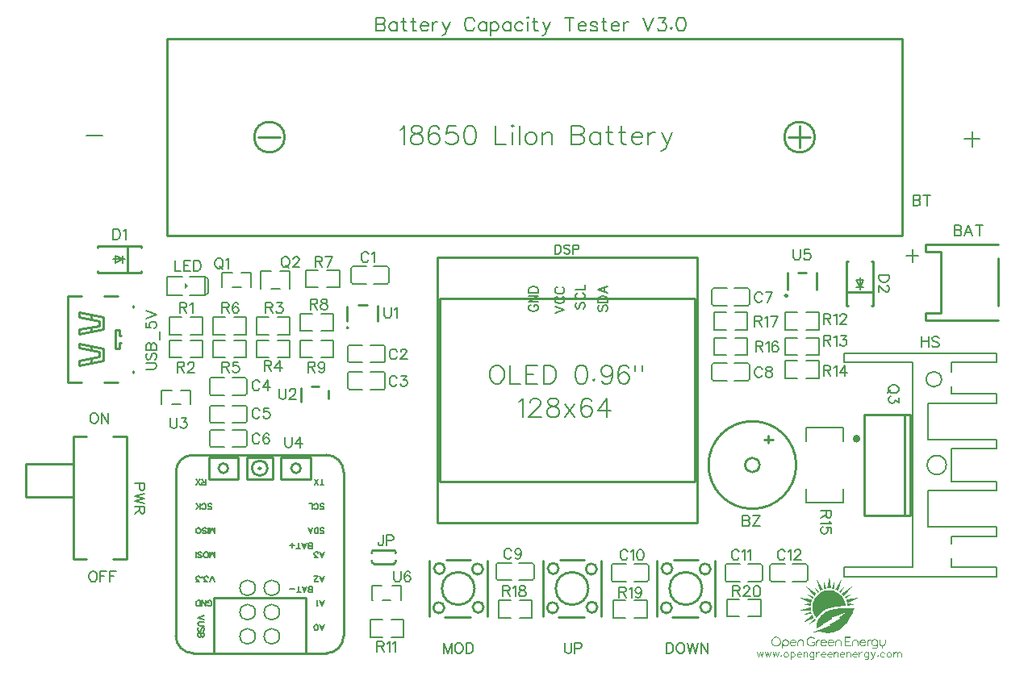
<source format=gto>
G04 Layer: TopSilkscreenLayer*
G04 EasyEDA v6.5.47, 2024-10-14 09:34:27*
G04 ce67ab0569d04c388b7640da7ad94f30,699dadb93aee4be8b9b8ad6142c81684,10*
G04 Gerber Generator version 0.2*
G04 Scale: 100 percent, Rotated: No, Reflected: No *
G04 Dimensions in millimeters *
G04 leading zeros omitted , absolute positions ,4 integer and 5 decimal *
%FSLAX45Y45*%
%MOMM*%

%ADD10C,0.2032*%
%ADD11C,0.1000*%
%ADD12C,0.1524*%
%ADD13C,0.1270*%
%ADD14C,0.1580*%
%ADD15C,0.2540*%
%ADD16C,0.2000*%
%ADD17C,0.2500*%
%ADD18C,0.4000*%
%ADD19C,0.0153*%

%LPD*%
G36*
X8641740Y2397607D02*
G01*
X8624163Y2275382D01*
X8624163Y2273350D01*
X8625636Y2273960D01*
X8648903Y2274366D01*
X8660485Y2273452D01*
X8660688Y2273655D01*
G37*
G36*
X8507272Y2371750D02*
G01*
X8507272Y2371191D01*
X8542324Y2247849D01*
X8542680Y2247493D01*
X8555736Y2254707D01*
X8567064Y2259736D01*
X8576564Y2263343D01*
X8576310Y2264359D01*
X8508034Y2370988D01*
G37*
G36*
X8772855Y2371191D02*
G01*
X8705494Y2264257D01*
X8705240Y2263597D01*
X8711742Y2261260D01*
X8722461Y2256739D01*
X8733332Y2251303D01*
X8739022Y2248001D01*
X8739276Y2248255D01*
X8773007Y2371191D01*
G37*
G36*
X8582964Y2353513D02*
G01*
X8583371Y2350617D01*
X8589416Y2268423D01*
X8589975Y2267508D01*
X8602319Y2270506D01*
X8612936Y2272334D01*
X8612936Y2273046D01*
X8583726Y2352243D01*
G37*
G36*
X8699246Y2353259D02*
G01*
X8670290Y2272538D01*
X8670645Y2272182D01*
X8682177Y2270150D01*
X8693861Y2267254D01*
X8694013Y2267407D01*
X8699398Y2352903D01*
G37*
G36*
X8476843Y2306320D02*
G01*
X8517382Y2230831D01*
X8517940Y2230170D01*
X8527034Y2237282D01*
X8537194Y2244140D01*
X8537041Y2244750D01*
G37*
G36*
X8805621Y2306320D02*
G01*
X8746032Y2244140D01*
X8747607Y2242870D01*
X8757462Y2236063D01*
X8765336Y2229764D01*
X8765946Y2230374D01*
X8805875Y2306320D01*
G37*
G36*
X8882024Y2293823D02*
G01*
X8774328Y2221839D01*
X8784691Y2211425D01*
X8792718Y2202129D01*
X8799423Y2193137D01*
G37*
G36*
X8399373Y2292756D02*
G01*
X8482838Y2192731D01*
X8489950Y2202078D01*
X8496249Y2209596D01*
X8507780Y2221382D01*
G37*
G36*
X8640165Y2255418D02*
G01*
X8626449Y2254808D01*
X8614816Y2253437D01*
X8603792Y2251405D01*
X8591092Y2248154D01*
X8580729Y2244648D01*
X8569502Y2240127D01*
X8557818Y2234336D01*
X8545779Y2227224D01*
X8536178Y2220468D01*
X8526627Y2212797D01*
X8517229Y2204008D01*
X8508441Y2194610D01*
X8500770Y2185060D01*
X8494064Y2175510D01*
X8486902Y2163419D01*
X8481161Y2151786D01*
X8477199Y2142185D01*
X8473135Y2130145D01*
X8469934Y2117648D01*
X8468207Y2108504D01*
X8466988Y2099767D01*
X8466023Y2087372D01*
X8466480Y2064410D01*
X8468156Y2051913D01*
X8469934Y2042820D01*
X8472830Y2031136D01*
X8477250Y2017826D01*
X8482380Y2005787D01*
X8488426Y1994154D01*
X8492439Y1987499D01*
X8498281Y1978761D01*
X8503259Y1972106D01*
X8510727Y1963166D01*
X8510981Y1963166D01*
X8514486Y1969617D01*
X8520734Y1979422D01*
X8527796Y1989124D01*
X8535720Y1998725D01*
X8551570Y2014524D01*
X8562390Y2023364D01*
X8573617Y2031542D01*
X8584844Y2038756D01*
X8595258Y2044700D01*
X8611463Y2052878D01*
X8622080Y2057552D01*
X8632291Y2061616D01*
X8641842Y2065020D01*
X8652662Y2068474D01*
X8667648Y2072589D01*
X8684260Y2076246D01*
X8701328Y2079142D01*
X8732977Y2083358D01*
X8757462Y2085797D01*
X8773718Y2087118D01*
X8794902Y2088337D01*
X8816441Y2088896D01*
X8815882Y2098090D01*
X8814206Y2110079D01*
X8812225Y2119782D01*
X8810142Y2128113D01*
X8806281Y2140000D01*
X8801862Y2150922D01*
X8797747Y2159660D01*
X8791702Y2170480D01*
X8784590Y2181301D01*
X8777173Y2191105D01*
X8768232Y2201265D01*
X8758580Y2210511D01*
X8751265Y2216759D01*
X8742527Y2223363D01*
X8732926Y2229662D01*
X8724188Y2234641D01*
X8715705Y2238908D01*
X8703970Y2243937D01*
X8690508Y2248458D01*
X8680958Y2250897D01*
X8672372Y2252675D01*
X8661400Y2254300D01*
X8650579Y2255113D01*
G37*
G36*
X8398967Y2219909D02*
G01*
X8467445Y2166874D01*
X8472627Y2176729D01*
X8479485Y2187803D01*
X8479231Y2188057D01*
G37*
G36*
X8883497Y2219807D02*
G01*
X8882684Y2219756D01*
X8803538Y2187244D01*
X8808008Y2180386D01*
X8815832Y2166315D01*
X8817356Y2167686D01*
G37*
G36*
X8950248Y2179015D02*
G01*
X8820708Y2156460D01*
X8820404Y2156206D01*
X8825534Y2142642D01*
X8829954Y2127656D01*
X8831783Y2119528D01*
X8832138Y2119528D01*
X8950248Y2178608D01*
G37*
G36*
X8334197Y2176018D02*
G01*
X8334908Y2175408D01*
X8450427Y2118664D01*
X8451138Y2119731D01*
X8451138Y2121052D01*
X8454440Y2134057D01*
X8457895Y2144725D01*
X8461603Y2154529D01*
X8461095Y2155088D01*
G37*
G36*
X8449614Y2112873D02*
G01*
X8363254Y2109571D01*
X8363712Y2109114D01*
X8447278Y2088743D01*
X8447836Y2099360D01*
G37*
G36*
X8833154Y2112060D02*
G01*
X8834577Y2102256D01*
X8835491Y2092147D01*
X8835491Y2087880D01*
X8919311Y2109216D01*
X8919616Y2109571D01*
G37*
G36*
X8446414Y2075434D02*
G01*
X8321598Y2042820D01*
X8451342Y2037740D01*
X8451545Y2037892D01*
X8449564Y2047798D01*
X8448243Y2056942D01*
X8447430Y2065680D01*
X8446871Y2075434D01*
G37*
G36*
X8828633Y2068779D02*
G01*
X8796172Y2068068D01*
X8779510Y2067102D01*
X8757920Y2065426D01*
X8737092Y2063343D01*
X8714232Y2060448D01*
X8694775Y2057501D01*
X8678875Y2054301D01*
X8669731Y2052116D01*
X8653881Y2047595D01*
X8641435Y2043379D01*
X8627973Y2038045D01*
X8617305Y2033117D01*
X8607806Y2028342D01*
X8597341Y2022500D01*
X8587384Y2016252D01*
X8576564Y2008581D01*
X8568029Y2001824D01*
X8559495Y1994052D01*
X8548878Y1983028D01*
X8541054Y1973275D01*
X8533180Y1961692D01*
X8527542Y1951685D01*
X8523427Y1942947D01*
X8519464Y1932990D01*
X8516366Y1923440D01*
X8513572Y1911756D01*
X8511895Y1901799D01*
X8510828Y1893062D01*
X8510828Y1868119D01*
X8512352Y1856892D01*
X8513368Y1851863D01*
X8514283Y1851863D01*
X8589670Y1896364D01*
X8586520Y1896922D01*
X8567267Y1899259D01*
X8567572Y1899818D01*
X8682380Y1957933D01*
X8682431Y1958441D01*
X8665260Y1964486D01*
X8666429Y1965147D01*
X8822385Y2024278D01*
X8820607Y2022856D01*
X8734958Y1964182D01*
X8736685Y1963623D01*
X8756904Y1960067D01*
X8755837Y1959102D01*
X8643112Y1896516D01*
X8640368Y1894839D01*
X8640622Y1894586D01*
X8664244Y1889099D01*
X8664498Y1888845D01*
X8467547Y1815388D01*
X8464245Y1813915D01*
X8556193Y1817928D01*
X8567420Y1814626D01*
X8582355Y1810918D01*
X8596122Y1808429D01*
X8608974Y1806803D01*
X8623096Y1805787D01*
X8647684Y1806244D01*
X8661806Y1807972D01*
X8671814Y1809699D01*
X8684717Y1812645D01*
X8697112Y1816354D01*
X8707272Y1820062D01*
X8717991Y1824583D01*
X8727541Y1829054D01*
X8737955Y1834743D01*
X8746236Y1839722D01*
X8758174Y1847596D01*
X8771331Y1857451D01*
X8782862Y1867154D01*
X8796934Y1880158D01*
X8810193Y1894281D01*
X8820708Y1906371D01*
X8829090Y1916785D01*
X8836558Y1926742D01*
X8844076Y1937207D01*
X8852560Y1949856D01*
X8861501Y1964182D01*
X8869680Y1978253D01*
X8877960Y1993290D01*
X8889085Y2015743D01*
X8895435Y2029917D01*
X8901734Y2044903D01*
X8908186Y2061921D01*
X8907983Y2062124D01*
X8901379Y2063343D01*
X8886444Y2065426D01*
X8873540Y2066696D01*
X8856065Y2067966D01*
G37*
G36*
X8453120Y2031796D02*
G01*
X8452205Y2031746D01*
X8375853Y1994052D01*
X8375345Y1993544D01*
X8460079Y2008936D01*
X8460232Y2009139D01*
X8454999Y2024481D01*
G37*
G36*
X8465464Y1996846D02*
G01*
X8364423Y1916023D01*
X8484819Y1964182D01*
X8484819Y1964842D01*
X8479942Y1971700D01*
X8474710Y1979980D01*
X8470595Y1987042D01*
X8465718Y1996846D01*
G37*
G36*
X8488578Y1959406D02*
G01*
X8433765Y1893468D01*
X8433968Y1893214D01*
X8503767Y1940763D01*
X8504936Y1941880D01*
X8494623Y1952650D01*
X8489188Y1959356D01*
G37*
G36*
X8081162Y1766773D02*
G01*
X8074202Y1765554D01*
X8066684Y1763064D01*
X8059521Y1759356D01*
X8052358Y1753920D01*
X8046770Y1747926D01*
X8042249Y1741170D01*
X8038846Y1733905D01*
X8036407Y1724202D01*
X8036212Y1720037D01*
X8045907Y1720037D01*
X8047228Y1727657D01*
X8049717Y1734464D01*
X8052714Y1739798D01*
X8057591Y1745792D01*
X8062975Y1750161D01*
X8067751Y1753057D01*
X8074101Y1755698D01*
X8081162Y1757222D01*
X8093202Y1756918D01*
X8099704Y1755190D01*
X8106613Y1751939D01*
X8111896Y1748383D01*
X8117382Y1742897D01*
X8120989Y1737614D01*
X8124240Y1730654D01*
X8125968Y1724202D01*
X8126374Y1712468D01*
X8125002Y1705610D01*
X8122513Y1698701D01*
X8118246Y1691843D01*
X8112353Y1685594D01*
X8107375Y1682089D01*
X8101533Y1679143D01*
X8094878Y1677060D01*
X8087004Y1676044D01*
X8079892Y1676603D01*
X8072831Y1678279D01*
X8064500Y1682242D01*
X8059420Y1686102D01*
X8054390Y1691487D01*
X8051749Y1695348D01*
X8048142Y1703019D01*
X8046364Y1710029D01*
X8045907Y1720037D01*
X8036212Y1720037D01*
X8035950Y1713382D01*
X8037271Y1705356D01*
X8039404Y1698599D01*
X8041894Y1693011D01*
X8047177Y1685086D01*
X8053222Y1678939D01*
X8059572Y1674266D01*
X8066430Y1670659D01*
X8073644Y1668221D01*
X8080349Y1667052D01*
X8086547Y1666493D01*
X8095183Y1667459D01*
X8103209Y1669491D01*
X8112404Y1674012D01*
X8119059Y1678939D01*
X8125104Y1685086D01*
X8130489Y1693164D01*
X8133791Y1700631D01*
X8135924Y1708810D01*
X8136381Y1720545D01*
X8134959Y1728978D01*
X8132622Y1735988D01*
X8128812Y1743303D01*
X8123377Y1750517D01*
X8117382Y1756054D01*
X8110677Y1760474D01*
X8105698Y1762963D01*
X8099348Y1765147D01*
X8093202Y1766468D01*
G37*
G36*
X8451748Y1766773D02*
G01*
X8446770Y1766011D01*
X8440267Y1764284D01*
X8433104Y1761439D01*
X8427212Y1757934D01*
X8422233Y1754174D01*
X8416544Y1748332D01*
X8411260Y1740407D01*
X8408822Y1735023D01*
X8407095Y1729587D01*
X8405723Y1723339D01*
X8405317Y1713788D01*
X8406587Y1705457D01*
X8408822Y1698396D01*
X8411667Y1692198D01*
X8417204Y1683816D01*
X8424367Y1676654D01*
X8431682Y1671878D01*
X8438438Y1669034D01*
X8446770Y1666951D01*
X8459419Y1666443D01*
X8465921Y1667510D01*
X8472982Y1669542D01*
X8480704Y1673301D01*
X8487257Y1678025D01*
X8490762Y1681276D01*
X8491880Y1684020D01*
X8491880Y1709470D01*
X8490712Y1712264D01*
X8488426Y1713788D01*
X8460435Y1713788D01*
X8458149Y1712569D01*
X8456980Y1710283D01*
X8456980Y1708556D01*
X8458250Y1706016D01*
X8461095Y1704848D01*
X8482330Y1704848D01*
X8482482Y1690065D01*
X8482279Y1687220D01*
X8480907Y1684883D01*
X8476081Y1681480D01*
X8469122Y1678228D01*
X8462162Y1676501D01*
X8451342Y1676044D01*
X8443874Y1677466D01*
X8437626Y1679956D01*
X8431377Y1683816D01*
X8424824Y1690065D01*
X8421268Y1695094D01*
X8418372Y1700885D01*
X8416290Y1707591D01*
X8415274Y1714550D01*
X8415731Y1723339D01*
X8417407Y1729739D01*
X8419998Y1735785D01*
X8424722Y1742897D01*
X8430564Y1748789D01*
X8435848Y1752346D01*
X8441791Y1755089D01*
X8447176Y1756511D01*
X8457692Y1756968D01*
X8464448Y1755952D01*
X8470087Y1754022D01*
X8474659Y1751736D01*
X8479637Y1748383D01*
X8484057Y1744776D01*
X8487206Y1743862D01*
X8489543Y1744624D01*
X8491169Y1746757D01*
X8491169Y1749755D01*
X8489289Y1752803D01*
X8482838Y1757883D01*
X8476284Y1761743D01*
X8469071Y1764741D01*
X8462162Y1766417D01*
G37*
G36*
X8806129Y1765147D02*
G01*
X8803995Y1763928D01*
X8802827Y1761185D01*
X8802827Y1671777D01*
X8803995Y1669034D01*
X8806586Y1667611D01*
X8863990Y1667357D01*
X8867546Y1667865D01*
X8870035Y1670100D01*
X8870492Y1673555D01*
X8868105Y1676196D01*
X8864396Y1676958D01*
X8813038Y1676958D01*
X8813038Y1712315D01*
X8854440Y1712518D01*
X8856776Y1714042D01*
X8857996Y1716989D01*
X8857030Y1719783D01*
X8854897Y1721459D01*
X8813038Y1721459D01*
X8813038Y1756003D01*
X8866022Y1756054D01*
X8868968Y1757070D01*
X8870594Y1760067D01*
X8869781Y1763268D01*
X8866936Y1765147D01*
G37*
G36*
X9118092Y1740966D02*
G01*
X9112758Y1740255D01*
X9106865Y1738477D01*
X9101175Y1735582D01*
X9097619Y1733143D01*
X9092996Y1728927D01*
X9088780Y1723237D01*
X9085529Y1716278D01*
X9084157Y1711299D01*
X9083714Y1701190D01*
X9091574Y1701190D01*
X9091980Y1710436D01*
X9094114Y1716582D01*
X9096908Y1721256D01*
X9103563Y1727911D01*
X9108694Y1730654D01*
X9112300Y1731975D01*
X9118092Y1733092D01*
X9124746Y1732737D01*
X9129776Y1731467D01*
X9136837Y1728012D01*
X9143949Y1720850D01*
X9147403Y1713788D01*
X9148673Y1708404D01*
X9148673Y1700022D01*
X9146946Y1693824D01*
X9144101Y1688439D01*
X9140545Y1684121D01*
X9136430Y1680667D01*
X9132265Y1678279D01*
X9125610Y1675993D01*
X9114790Y1675993D01*
X9108135Y1678228D01*
X9104122Y1680616D01*
X9099804Y1684223D01*
X9096248Y1688439D01*
X9092996Y1694840D01*
X9091574Y1701190D01*
X9083714Y1701190D01*
X9085122Y1693824D01*
X9087561Y1687728D01*
X9091371Y1681784D01*
X9096502Y1676450D01*
X9101531Y1672843D01*
X9107728Y1669897D01*
X9114383Y1668068D01*
X9126423Y1668119D01*
X9133738Y1670304D01*
X9138920Y1672945D01*
X9142628Y1675485D01*
X9147962Y1680514D01*
X9147505Y1668424D01*
X9146184Y1663446D01*
X9143949Y1658874D01*
X9138920Y1653844D01*
X9133484Y1651203D01*
X9128506Y1649831D01*
X9116466Y1649425D01*
X9109151Y1650796D01*
X9101886Y1653336D01*
X9097975Y1655368D01*
X9094978Y1655368D01*
X9092946Y1653997D01*
X9091980Y1650847D01*
X9093555Y1648053D01*
X9100464Y1644599D01*
X9106865Y1642516D01*
X9113926Y1640992D01*
X9128099Y1640992D01*
X9135160Y1642516D01*
X9140545Y1644650D01*
X9145219Y1647393D01*
X9149486Y1651254D01*
X9153245Y1656943D01*
X9155430Y1662633D01*
X9156598Y1668729D01*
X9156598Y1708607D01*
X9155277Y1715058D01*
X9152483Y1721561D01*
X9149740Y1726184D01*
X9143085Y1733042D01*
X9137243Y1736750D01*
X9131909Y1739036D01*
X9125915Y1740560D01*
G37*
G36*
X8189112Y1739798D02*
G01*
X8180578Y1739696D01*
X8175244Y1738579D01*
X8171027Y1737156D01*
X8165998Y1734667D01*
X8162290Y1732127D01*
X8156549Y1726692D01*
X8153450Y1722120D01*
X8150859Y1716938D01*
X8148574Y1709623D01*
X8148531Y1700682D01*
X8157768Y1700682D01*
X8158175Y1709216D01*
X8160359Y1715312D01*
X8163102Y1719935D01*
X8168792Y1725675D01*
X8176412Y1729435D01*
X8182660Y1730603D01*
X8189620Y1730146D01*
X8195970Y1728165D01*
X8201253Y1725015D01*
X8206130Y1720189D01*
X8209025Y1715465D01*
X8211261Y1708810D01*
X8211667Y1700784D01*
X8210245Y1694434D01*
X8206841Y1687575D01*
X8200542Y1681327D01*
X8193481Y1677873D01*
X8187029Y1676552D01*
X8181797Y1676552D01*
X8176006Y1677771D01*
X8169300Y1681073D01*
X8163814Y1686153D01*
X8160562Y1691335D01*
X8158784Y1695500D01*
X8157768Y1700682D01*
X8148531Y1700682D01*
X8148269Y1645970D01*
X8149691Y1643329D01*
X8152434Y1642059D01*
X8154873Y1642059D01*
X8157159Y1643837D01*
X8158327Y1646580D01*
X8158327Y1678178D01*
X8165338Y1672539D01*
X8172246Y1669135D01*
X8179308Y1667256D01*
X8190992Y1667306D01*
X8197646Y1669084D01*
X8203590Y1671929D01*
X8208467Y1675231D01*
X8215071Y1682242D01*
X8218576Y1688439D01*
X8221116Y1695957D01*
X8221929Y1703425D01*
X8221167Y1710283D01*
X8219744Y1715465D01*
X8217052Y1721357D01*
X8213648Y1726438D01*
X8208264Y1731772D01*
X8202371Y1735734D01*
X8195564Y1738477D01*
G37*
G36*
X8347405Y1739798D02*
G01*
X8339023Y1739696D01*
X8333841Y1738579D01*
X8327390Y1735785D01*
X8322462Y1732534D01*
X8317534Y1727962D01*
X8314232Y1723085D01*
X8311845Y1717954D01*
X8309965Y1711299D01*
X8309711Y1671370D01*
X8310778Y1669288D01*
X8313572Y1667408D01*
X8315604Y1667408D01*
X8318398Y1668729D01*
X8319719Y1671472D01*
X8319719Y1708404D01*
X8320938Y1714042D01*
X8323986Y1720392D01*
X8329879Y1726285D01*
X8335314Y1728927D01*
X8340394Y1730197D01*
X8347405Y1730197D01*
X8352281Y1728927D01*
X8357057Y1726438D01*
X8361425Y1722120D01*
X8364575Y1717293D01*
X8366302Y1712112D01*
X8367115Y1705864D01*
X8367115Y1671116D01*
X8368334Y1668780D01*
X8371382Y1667357D01*
X8374176Y1667865D01*
X8376310Y1669694D01*
X8377072Y1673047D01*
X8377072Y1702562D01*
X8376259Y1712417D01*
X8374938Y1717548D01*
X8372144Y1723643D01*
X8368487Y1728774D01*
X8363915Y1733092D01*
X8358733Y1736445D01*
X8352332Y1738884D01*
G37*
G36*
X8917330Y1739798D02*
G01*
X8913876Y1739696D01*
X8908897Y1738934D01*
X8903462Y1737207D01*
X8895994Y1733346D01*
X8888018Y1725422D01*
X8884158Y1717548D01*
X8882888Y1712518D01*
X8882075Y1705457D01*
X8882075Y1671472D01*
X8883396Y1668627D01*
X8885783Y1667408D01*
X8889136Y1667408D01*
X8891828Y1669846D01*
X8892336Y1710029D01*
X8893708Y1714601D01*
X8896400Y1720037D01*
X8902293Y1725930D01*
X8908491Y1728978D01*
X8915146Y1730349D01*
X8922562Y1729435D01*
X8929573Y1726082D01*
X8934805Y1720850D01*
X8937752Y1714957D01*
X8939174Y1710029D01*
X8939682Y1669846D01*
X8942374Y1667408D01*
X8945727Y1667408D01*
X8948267Y1668729D01*
X8949436Y1671523D01*
X8949436Y1704644D01*
X8948623Y1712417D01*
X8947302Y1717548D01*
X8944102Y1724202D01*
X8939885Y1729790D01*
X8934246Y1734261D01*
X8929624Y1736852D01*
X8923629Y1738934D01*
G37*
G36*
X8262518Y1739747D02*
G01*
X8256574Y1738630D01*
X8252104Y1737156D01*
X8247938Y1735074D01*
X8244230Y1732534D01*
X8240166Y1728774D01*
X8236559Y1724152D01*
X8233613Y1718716D01*
X8231886Y1713788D01*
X8230849Y1708607D01*
X8241080Y1708607D01*
X8242808Y1714601D01*
X8245805Y1720037D01*
X8251799Y1725930D01*
X8257946Y1728978D01*
X8262518Y1730146D01*
X8270036Y1730197D01*
X8275015Y1728978D01*
X8280806Y1726082D01*
X8285124Y1722323D01*
X8288477Y1717243D01*
X8290052Y1712112D01*
X8290661Y1708607D01*
X8230849Y1708607D01*
X8230666Y1707692D01*
X8230666Y1700377D01*
X8231936Y1693113D01*
X8234730Y1685798D01*
X8237575Y1681022D01*
X8242808Y1675333D01*
X8250072Y1670507D01*
X8255558Y1668272D01*
X8262467Y1666900D01*
X8273745Y1667357D01*
X8279130Y1668729D01*
X8285784Y1671929D01*
X8291322Y1676501D01*
X8293100Y1680159D01*
X8293100Y1682445D01*
X8290153Y1685391D01*
X8286800Y1684934D01*
X8280755Y1680311D01*
X8275320Y1677771D01*
X8269173Y1676501D01*
X8261248Y1676907D01*
X8255050Y1679041D01*
X8249462Y1682851D01*
X8246414Y1686204D01*
X8243163Y1691284D01*
X8241080Y1697837D01*
X8241080Y1699463D01*
X8295792Y1699463D01*
X8297875Y1700479D01*
X8299399Y1703374D01*
X8298942Y1712112D01*
X8297570Y1717548D01*
X8294014Y1725015D01*
X8289086Y1730806D01*
X8284209Y1734769D01*
X8278723Y1737614D01*
X8272932Y1739442D01*
G37*
G36*
X8996222Y1739595D02*
G01*
X8989161Y1739036D01*
X8983776Y1737614D01*
X8977630Y1734820D01*
X8972448Y1731111D01*
X8968282Y1726539D01*
X8965336Y1722120D01*
X8962847Y1717141D01*
X8961069Y1711350D01*
X8960772Y1708607D01*
X8971076Y1708607D01*
X8971076Y1709267D01*
X8972397Y1713788D01*
X8975445Y1719580D01*
X8981287Y1725523D01*
X8988348Y1729028D01*
X8994597Y1730197D01*
X9000794Y1729739D01*
X9004554Y1728876D01*
X9009532Y1726539D01*
X9014460Y1722526D01*
X9017965Y1717395D01*
X9019794Y1712569D01*
X9020251Y1708607D01*
X8960772Y1708607D01*
X8960307Y1703832D01*
X8961120Y1695653D01*
X8963202Y1688439D01*
X8967114Y1681022D01*
X8972448Y1675282D01*
X8977528Y1671675D01*
X8983522Y1668678D01*
X8989974Y1666798D01*
X9002064Y1666849D01*
X9009227Y1668627D01*
X9014002Y1670761D01*
X9019133Y1674418D01*
X9021368Y1676755D01*
X9022994Y1680514D01*
X9022537Y1682800D01*
X9020098Y1684883D01*
X9017203Y1684883D01*
X9015425Y1683969D01*
X9010954Y1680311D01*
X9006687Y1678127D01*
X9003385Y1676958D01*
X8996375Y1676196D01*
X8989974Y1676958D01*
X8984792Y1678686D01*
X8978798Y1683004D01*
X8974734Y1687982D01*
X8972245Y1692859D01*
X8970721Y1698802D01*
X8971127Y1699463D01*
X9026296Y1699463D01*
X9028379Y1701088D01*
X9029395Y1705254D01*
X9028430Y1713738D01*
X9026093Y1720596D01*
X9022283Y1726692D01*
X9018371Y1731111D01*
X9012885Y1735277D01*
X9007703Y1737766D01*
X9001201Y1739290D01*
G37*
G36*
X8589924Y1739392D02*
G01*
X8580272Y1739290D01*
X8576157Y1738528D01*
X8570722Y1736750D01*
X8566556Y1734718D01*
X8561425Y1731060D01*
X8556498Y1725574D01*
X8552738Y1719173D01*
X8550960Y1714601D01*
X8549538Y1709216D01*
X8549538Y1708150D01*
X8560003Y1708150D01*
X8560562Y1711553D01*
X8562543Y1716430D01*
X8565591Y1721053D01*
X8570569Y1725523D01*
X8575294Y1728063D01*
X8579459Y1729435D01*
X8584438Y1730095D01*
X8589873Y1729689D01*
X8596172Y1727707D01*
X8601100Y1724507D01*
X8605316Y1720037D01*
X8607450Y1716278D01*
X8609177Y1710588D01*
X8609177Y1708150D01*
X8549538Y1708150D01*
X8549538Y1698396D01*
X8551062Y1691741D01*
X8553500Y1685340D01*
X8557514Y1679193D01*
X8561781Y1674926D01*
X8567115Y1671116D01*
X8573211Y1668322D01*
X8578646Y1666798D01*
X8591956Y1666900D01*
X8598611Y1668678D01*
X8604402Y1671523D01*
X8609228Y1675384D01*
X8611717Y1679193D01*
X8611717Y1682445D01*
X8609279Y1684883D01*
X8606231Y1684883D01*
X8604402Y1683918D01*
X8599830Y1680159D01*
X8593886Y1677314D01*
X8587384Y1676196D01*
X8583371Y1676146D01*
X8576970Y1677466D01*
X8570722Y1680413D01*
X8564422Y1686763D01*
X8561425Y1692148D01*
X8559698Y1698955D01*
X8614816Y1699209D01*
X8616696Y1700275D01*
X8617915Y1702714D01*
X8617915Y1710436D01*
X8616289Y1717293D01*
X8613851Y1722628D01*
X8610498Y1727504D01*
X8607348Y1730959D01*
X8602370Y1734921D01*
X8596528Y1737715D01*
G37*
G36*
X8662009Y1739341D02*
G01*
X8657234Y1739290D01*
X8651849Y1738223D01*
X8646261Y1736140D01*
X8640267Y1732635D01*
X8634679Y1727098D01*
X8630513Y1720697D01*
X8627872Y1714296D01*
X8626553Y1708150D01*
X8637066Y1708150D01*
X8637066Y1709267D01*
X8638387Y1713788D01*
X8640318Y1717548D01*
X8644178Y1722678D01*
X8649360Y1726590D01*
X8653475Y1728520D01*
X8658047Y1729739D01*
X8666886Y1729790D01*
X8671407Y1728470D01*
X8676894Y1725625D01*
X8681313Y1721256D01*
X8684514Y1716328D01*
X8686139Y1710994D01*
X8686139Y1708150D01*
X8626553Y1708150D01*
X8626602Y1698802D01*
X8627973Y1692249D01*
X8630107Y1686356D01*
X8633409Y1680667D01*
X8638946Y1674774D01*
X8646363Y1669948D01*
X8653068Y1667510D01*
X8659571Y1666443D01*
X8668867Y1666951D01*
X8675522Y1668678D01*
X8682482Y1672082D01*
X8688070Y1677619D01*
X8688933Y1681022D01*
X8687866Y1683562D01*
X8685733Y1684985D01*
X8682380Y1684528D01*
X8679688Y1682343D01*
X8674303Y1678686D01*
X8667648Y1676450D01*
X8657640Y1676450D01*
X8650986Y1678635D01*
X8645804Y1682038D01*
X8641181Y1687169D01*
X8637930Y1693824D01*
X8636762Y1698955D01*
X8692438Y1699209D01*
X8694775Y1701800D01*
X8695334Y1705711D01*
X8694826Y1710436D01*
X8693556Y1716684D01*
X8689543Y1725015D01*
X8684514Y1730959D01*
X8679281Y1734870D01*
X8673642Y1737715D01*
X8666784Y1739341D01*
G37*
G36*
X8739174Y1739341D02*
G01*
X8734602Y1739290D01*
X8728202Y1737715D01*
X8722868Y1735328D01*
X8718397Y1732280D01*
X8713114Y1727098D01*
X8709304Y1721408D01*
X8706866Y1715109D01*
X8705697Y1708912D01*
X8705697Y1670253D01*
X8708542Y1667408D01*
X8712555Y1667510D01*
X8714028Y1668272D01*
X8715248Y1670710D01*
X8715298Y1703832D01*
X8716060Y1711147D01*
X8717838Y1716532D01*
X8722004Y1722780D01*
X8726220Y1726133D01*
X8731046Y1728571D01*
X8735822Y1729790D01*
X8743797Y1729790D01*
X8748318Y1728470D01*
X8752484Y1726336D01*
X8758529Y1720342D01*
X8761425Y1714195D01*
X8762695Y1707692D01*
X8762695Y1671523D01*
X8763812Y1668830D01*
X8765794Y1667560D01*
X8768080Y1667002D01*
X8770874Y1668119D01*
X8772652Y1670456D01*
X8772652Y1707540D01*
X8771534Y1714652D01*
X8769400Y1720697D01*
X8765895Y1726692D01*
X8759139Y1733346D01*
X8754414Y1736140D01*
X8749334Y1738172D01*
X8743746Y1739341D01*
G37*
G36*
X9231274Y1739036D02*
G01*
X9228277Y1738122D01*
X9226245Y1735988D01*
X9225788Y1696313D01*
X9224365Y1691335D01*
X9221774Y1686052D01*
X9216390Y1680311D01*
X9210446Y1677365D01*
X9203385Y1676095D01*
X9197543Y1676654D01*
X9192514Y1678228D01*
X9187586Y1681429D01*
X9183014Y1686356D01*
X9180372Y1691335D01*
X9178899Y1696313D01*
X9178442Y1736039D01*
X9175902Y1738579D01*
X9173006Y1738985D01*
X9170365Y1737614D01*
X9168841Y1735429D01*
X9168587Y1701749D01*
X9169552Y1693519D01*
X9171228Y1687982D01*
X9173718Y1683004D01*
X9177324Y1677924D01*
X9183217Y1672488D01*
X9189669Y1669135D01*
X9195054Y1667459D01*
X9197289Y1667002D01*
X9197543Y1644599D01*
X9199524Y1642465D01*
X9202216Y1641602D01*
X9205366Y1642668D01*
X9207093Y1645005D01*
X9207347Y1666798D01*
X9214459Y1668627D01*
X9219590Y1671167D01*
X9225330Y1675434D01*
X9230207Y1681327D01*
X9233966Y1688846D01*
X9235795Y1695500D01*
X9236049Y1735023D01*
X9234322Y1737766D01*
G37*
G36*
X9075674Y1738884D02*
G01*
X9068612Y1738223D01*
X9061348Y1736496D01*
X9056014Y1734057D01*
X9051086Y1730705D01*
X9045498Y1724660D01*
X9041790Y1717141D01*
X9040571Y1712264D01*
X9039606Y1705457D01*
X9039707Y1670659D01*
X9042552Y1667814D01*
X9046464Y1667814D01*
X9049258Y1670659D01*
X9049308Y1694637D01*
X9050020Y1707946D01*
X9052153Y1714601D01*
X9055303Y1719935D01*
X9059722Y1723948D01*
X9065717Y1726895D01*
X9070543Y1728114D01*
X9079433Y1729079D01*
X9081719Y1730248D01*
X9082938Y1732686D01*
X9082938Y1735175D01*
X9081973Y1737360D01*
X9079585Y1738579D01*
G37*
G36*
X8541207Y1738833D02*
G01*
X8530386Y1737614D01*
X8524951Y1735937D01*
X8519261Y1733092D01*
X8514435Y1729384D01*
X8510727Y1725015D01*
X8508136Y1720799D01*
X8506053Y1715211D01*
X8505190Y1711350D01*
X8504377Y1705051D01*
X8504377Y1671574D01*
X8505647Y1669135D01*
X8507476Y1667814D01*
X8511387Y1667814D01*
X8513826Y1670253D01*
X8514334Y1673453D01*
X8514384Y1704898D01*
X8515705Y1711299D01*
X8517636Y1716125D01*
X8521446Y1721459D01*
X8526627Y1725117D01*
X8530488Y1726793D01*
X8535771Y1728114D01*
X8544458Y1729028D01*
X8545931Y1729790D01*
X8547658Y1731975D01*
X8547608Y1735836D01*
X8546185Y1737614D01*
X8544509Y1738426D01*
G37*
D10*
X3886200Y8266684D02*
G01*
X3886200Y8123428D01*
X3886200Y8266684D02*
G01*
X3947668Y8266684D01*
X3967988Y8259826D01*
X3974845Y8252968D01*
X3981704Y8239505D01*
X3981704Y8225789D01*
X3974845Y8212073D01*
X3967988Y8205215D01*
X3947668Y8198358D01*
X3886200Y8198358D02*
G01*
X3947668Y8198358D01*
X3967988Y8191754D01*
X3974845Y8184895D01*
X3981704Y8171179D01*
X3981704Y8150860D01*
X3974845Y8137144D01*
X3967988Y8130286D01*
X3947668Y8123428D01*
X3886200Y8123428D01*
X4108450Y8218931D02*
G01*
X4108450Y8123428D01*
X4108450Y8198358D02*
G01*
X4094734Y8212073D01*
X4081272Y8218931D01*
X4060697Y8218931D01*
X4046981Y8212073D01*
X4033520Y8198358D01*
X4026661Y8178037D01*
X4026661Y8164321D01*
X4033520Y8144002D01*
X4046981Y8130286D01*
X4060697Y8123428D01*
X4081272Y8123428D01*
X4094734Y8130286D01*
X4108450Y8144002D01*
X4173981Y8266684D02*
G01*
X4173981Y8150860D01*
X4180840Y8130286D01*
X4194302Y8123428D01*
X4208018Y8123428D01*
X4153408Y8218931D02*
G01*
X4201159Y8218931D01*
X4273550Y8266684D02*
G01*
X4273550Y8150860D01*
X4280408Y8130286D01*
X4293870Y8123428D01*
X4307586Y8123428D01*
X4252975Y8218931D02*
G01*
X4300727Y8218931D01*
X4352543Y8178037D02*
G01*
X4434331Y8178037D01*
X4434331Y8191754D01*
X4427474Y8205215D01*
X4420870Y8212073D01*
X4407154Y8218931D01*
X4386579Y8218931D01*
X4373118Y8212073D01*
X4359402Y8198358D01*
X4352543Y8178037D01*
X4352543Y8164321D01*
X4359402Y8144002D01*
X4373118Y8130286D01*
X4386579Y8123428D01*
X4407154Y8123428D01*
X4420870Y8130286D01*
X4434331Y8144002D01*
X4479290Y8218931D02*
G01*
X4479290Y8123428D01*
X4479290Y8178037D02*
G01*
X4486147Y8198358D01*
X4499863Y8212073D01*
X4513579Y8218931D01*
X4533900Y8218931D01*
X4585715Y8218931D02*
G01*
X4626609Y8123428D01*
X4667504Y8218931D02*
G01*
X4626609Y8123428D01*
X4612893Y8096250D01*
X4599431Y8082534D01*
X4585715Y8075676D01*
X4578858Y8075676D01*
X4919725Y8232647D02*
G01*
X4913122Y8246110D01*
X4899406Y8259826D01*
X4885690Y8266684D01*
X4858511Y8266684D01*
X4844795Y8259826D01*
X4831079Y8246110D01*
X4824475Y8232647D01*
X4817618Y8212073D01*
X4817618Y8178037D01*
X4824475Y8157463D01*
X4831079Y8144002D01*
X4844795Y8130286D01*
X4858511Y8123428D01*
X4885690Y8123428D01*
X4899406Y8130286D01*
X4913122Y8144002D01*
X4919725Y8157463D01*
X5046725Y8218931D02*
G01*
X5046725Y8123428D01*
X5046725Y8198358D02*
G01*
X5033009Y8212073D01*
X5019293Y8218931D01*
X4998974Y8218931D01*
X4985258Y8212073D01*
X4971541Y8198358D01*
X4964938Y8178037D01*
X4964938Y8164321D01*
X4971541Y8144002D01*
X4985258Y8130286D01*
X4998974Y8123428D01*
X5019293Y8123428D01*
X5033009Y8130286D01*
X5046725Y8144002D01*
X5091684Y8218931D02*
G01*
X5091684Y8075676D01*
X5091684Y8198358D02*
G01*
X5105400Y8212073D01*
X5118861Y8218931D01*
X5139436Y8218931D01*
X5152897Y8212073D01*
X5166613Y8198358D01*
X5173472Y8178037D01*
X5173472Y8164321D01*
X5166613Y8144002D01*
X5152897Y8130286D01*
X5139436Y8123428D01*
X5118861Y8123428D01*
X5105400Y8130286D01*
X5091684Y8144002D01*
X5300218Y8218931D02*
G01*
X5300218Y8123428D01*
X5300218Y8198358D02*
G01*
X5286756Y8212073D01*
X5273040Y8218931D01*
X5252465Y8218931D01*
X5239004Y8212073D01*
X5225288Y8198358D01*
X5218429Y8178037D01*
X5218429Y8164321D01*
X5225288Y8144002D01*
X5239004Y8130286D01*
X5252465Y8123428D01*
X5273040Y8123428D01*
X5286756Y8130286D01*
X5300218Y8144002D01*
X5427218Y8198358D02*
G01*
X5413502Y8212073D01*
X5399786Y8218931D01*
X5379465Y8218931D01*
X5365750Y8212073D01*
X5352034Y8198358D01*
X5345175Y8178037D01*
X5345175Y8164321D01*
X5352034Y8144002D01*
X5365750Y8130286D01*
X5379465Y8123428D01*
X5399786Y8123428D01*
X5413502Y8130286D01*
X5427218Y8144002D01*
X5472175Y8266684D02*
G01*
X5479034Y8259826D01*
X5485638Y8266684D01*
X5479034Y8273542D01*
X5472175Y8266684D01*
X5479034Y8218931D02*
G01*
X5479034Y8123428D01*
X5551170Y8266684D02*
G01*
X5551170Y8150860D01*
X5558027Y8130286D01*
X5571743Y8123428D01*
X5585206Y8123428D01*
X5530850Y8218931D02*
G01*
X5578347Y8218931D01*
X5637022Y8218931D02*
G01*
X5677915Y8123428D01*
X5718809Y8218931D02*
G01*
X5677915Y8123428D01*
X5664454Y8096250D01*
X5650738Y8082534D01*
X5637022Y8075676D01*
X5630163Y8075676D01*
X5916675Y8266684D02*
G01*
X5916675Y8123428D01*
X5868924Y8266684D02*
G01*
X5964427Y8266684D01*
X6009386Y8178037D02*
G01*
X6091174Y8178037D01*
X6091174Y8191754D01*
X6084315Y8205215D01*
X6077458Y8212073D01*
X6063995Y8218931D01*
X6043422Y8218931D01*
X6029706Y8212073D01*
X6016243Y8198358D01*
X6009386Y8178037D01*
X6009386Y8164321D01*
X6016243Y8144002D01*
X6029706Y8130286D01*
X6043422Y8123428D01*
X6063995Y8123428D01*
X6077458Y8130286D01*
X6091174Y8144002D01*
X6211315Y8198358D02*
G01*
X6204458Y8212073D01*
X6183884Y8218931D01*
X6163563Y8218931D01*
X6142990Y8212073D01*
X6136131Y8198358D01*
X6142990Y8184895D01*
X6156706Y8178037D01*
X6190741Y8171179D01*
X6204458Y8164321D01*
X6211315Y8150860D01*
X6211315Y8144002D01*
X6204458Y8130286D01*
X6183884Y8123428D01*
X6163563Y8123428D01*
X6142990Y8130286D01*
X6136131Y8144002D01*
X6276593Y8266684D02*
G01*
X6276593Y8150860D01*
X6283452Y8130286D01*
X6297168Y8123428D01*
X6310629Y8123428D01*
X6256274Y8218931D02*
G01*
X6304025Y8218931D01*
X6355841Y8178037D02*
G01*
X6437629Y8178037D01*
X6437629Y8191754D01*
X6430772Y8205215D01*
X6423913Y8212073D01*
X6410197Y8218931D01*
X6389877Y8218931D01*
X6376161Y8212073D01*
X6362445Y8198358D01*
X6355841Y8178037D01*
X6355841Y8164321D01*
X6362445Y8144002D01*
X6376161Y8130286D01*
X6389877Y8123428D01*
X6410197Y8123428D01*
X6423913Y8130286D01*
X6437629Y8144002D01*
X6482588Y8218931D02*
G01*
X6482588Y8123428D01*
X6482588Y8178037D02*
G01*
X6489445Y8198358D01*
X6502908Y8212073D01*
X6516624Y8218931D01*
X6537197Y8218931D01*
X6687058Y8266684D02*
G01*
X6741668Y8123428D01*
X6796277Y8266684D02*
G01*
X6741668Y8123428D01*
X6854952Y8266684D02*
G01*
X6929881Y8266684D01*
X6888988Y8212073D01*
X6909308Y8212073D01*
X6923024Y8205215D01*
X6929881Y8198358D01*
X6936740Y8178037D01*
X6936740Y8164321D01*
X6929881Y8144002D01*
X6916165Y8130286D01*
X6895845Y8123428D01*
X6875272Y8123428D01*
X6854952Y8130286D01*
X6848093Y8137144D01*
X6841236Y8150860D01*
X6988556Y8157463D02*
G01*
X6981697Y8150860D01*
X6988556Y8144002D01*
X6995159Y8150860D01*
X6988556Y8157463D01*
X7081265Y8266684D02*
G01*
X7060691Y8259826D01*
X7046975Y8239505D01*
X7040372Y8205215D01*
X7040372Y8184895D01*
X7046975Y8150860D01*
X7060691Y8130286D01*
X7081265Y8123428D01*
X7094727Y8123428D01*
X7115302Y8130286D01*
X7129018Y8150860D01*
X7135622Y8184895D01*
X7135622Y8205215D01*
X7129018Y8239505D01*
X7115302Y8259826D01*
X7094727Y8266684D01*
X7081265Y8266684D01*
X5765805Y5162295D02*
G01*
X5862833Y5199126D01*
X5765805Y5236210D02*
G01*
X5862833Y5199126D01*
X5788919Y5336031D02*
G01*
X5779521Y5331205D01*
X5770377Y5322062D01*
X5765805Y5312918D01*
X5765805Y5294376D01*
X5770377Y5285231D01*
X5779521Y5275834D01*
X5788919Y5271262D01*
X5802635Y5266689D01*
X5825749Y5266689D01*
X5839719Y5271262D01*
X5848863Y5275834D01*
X5858007Y5285231D01*
X5862833Y5294376D01*
X5862833Y5312918D01*
X5858007Y5322062D01*
X5848863Y5331205D01*
X5839719Y5336031D01*
X5788919Y5435600D02*
G01*
X5779521Y5431028D01*
X5770377Y5421884D01*
X5765805Y5412486D01*
X5765805Y5394197D01*
X5770377Y5384800D01*
X5779521Y5375655D01*
X5788919Y5371084D01*
X5802635Y5366512D01*
X5825749Y5366512D01*
X5839719Y5371084D01*
X5848863Y5375655D01*
X5858007Y5384800D01*
X5862833Y5394197D01*
X5862833Y5412486D01*
X5858007Y5421884D01*
X5848863Y5431028D01*
X5839719Y5435600D01*
X5995421Y5275577D02*
G01*
X5986277Y5266179D01*
X5981705Y5252463D01*
X5981705Y5233921D01*
X5986277Y5219951D01*
X5995421Y5210807D01*
X6004819Y5210807D01*
X6013963Y5215379D01*
X6018535Y5219951D01*
X6023107Y5229349D01*
X6032505Y5257035D01*
X6037077Y5266179D01*
X6041649Y5270751D01*
X6051047Y5275577D01*
X6064763Y5275577D01*
X6073907Y5266179D01*
X6078733Y5252463D01*
X6078733Y5233921D01*
X6073907Y5219951D01*
X6064763Y5210807D01*
X6004819Y5375145D02*
G01*
X5995421Y5370573D01*
X5986277Y5361429D01*
X5981705Y5352031D01*
X5981705Y5333743D01*
X5986277Y5324345D01*
X5995421Y5315201D01*
X6004819Y5310629D01*
X6018535Y5306057D01*
X6041649Y5306057D01*
X6055619Y5310629D01*
X6064763Y5315201D01*
X6073907Y5324345D01*
X6078733Y5333743D01*
X6078733Y5352031D01*
X6073907Y5361429D01*
X6064763Y5370573D01*
X6055619Y5375145D01*
X5981705Y5405625D02*
G01*
X6078733Y5405625D01*
X6078733Y5405625D02*
G01*
X6078733Y5460997D01*
X6232143Y5246372D02*
G01*
X6223000Y5236974D01*
X6218427Y5223258D01*
X6218427Y5204716D01*
X6223000Y5190746D01*
X6232143Y5181602D01*
X6241541Y5181602D01*
X6250686Y5186174D01*
X6255258Y5190746D01*
X6259829Y5200144D01*
X6269227Y5227830D01*
X6273800Y5236974D01*
X6278372Y5241546D01*
X6287770Y5246372D01*
X6301486Y5246372D01*
X6310629Y5236974D01*
X6315456Y5223258D01*
X6315456Y5204716D01*
X6310629Y5190746D01*
X6301486Y5181602D01*
X6218427Y5276852D02*
G01*
X6315456Y5276852D01*
X6218427Y5276852D02*
G01*
X6218427Y5309110D01*
X6223000Y5322826D01*
X6232143Y5332224D01*
X6241541Y5336796D01*
X6255258Y5341368D01*
X6278372Y5341368D01*
X6292341Y5336796D01*
X6301486Y5332224D01*
X6310629Y5322826D01*
X6315456Y5309110D01*
X6315456Y5276852D01*
X6218427Y5408932D02*
G01*
X6315456Y5371848D01*
X6218427Y5408932D02*
G01*
X6315456Y5445762D01*
X6282943Y5385818D02*
G01*
X6282943Y5431792D01*
X5512561Y5250942D02*
G01*
X5503163Y5246370D01*
X5494020Y5236971D01*
X5489447Y5227828D01*
X5489447Y5209286D01*
X5494020Y5200142D01*
X5503163Y5190744D01*
X5512561Y5186171D01*
X5526277Y5181600D01*
X5549391Y5181600D01*
X5563361Y5186171D01*
X5572506Y5190744D01*
X5581650Y5200142D01*
X5586475Y5209286D01*
X5586475Y5227828D01*
X5581650Y5236971D01*
X5572506Y5246370D01*
X5563361Y5250942D01*
X5549391Y5250942D01*
X5549391Y5227828D02*
G01*
X5549391Y5250942D01*
X5489447Y5281421D02*
G01*
X5586475Y5281421D01*
X5489447Y5281421D02*
G01*
X5586475Y5345937D01*
X5489447Y5345937D02*
G01*
X5586475Y5345937D01*
X5489447Y5376418D02*
G01*
X5586475Y5376418D01*
X5489447Y5376418D02*
G01*
X5489447Y5408929D01*
X5494020Y5422645D01*
X5503163Y5431789D01*
X5512561Y5436615D01*
X5526277Y5441187D01*
X5549391Y5441187D01*
X5563361Y5436615D01*
X5572506Y5431789D01*
X5581650Y5422645D01*
X5586475Y5408929D01*
X5586475Y5376418D01*
D11*
X7886700Y1604771D02*
G01*
X7901177Y1553718D01*
X7915909Y1604771D02*
G01*
X7901177Y1553718D01*
X7915909Y1604771D02*
G01*
X7930388Y1553718D01*
X7944865Y1604771D02*
G01*
X7930388Y1553718D01*
X7968995Y1604771D02*
G01*
X7983474Y1553718D01*
X7997952Y1604771D02*
G01*
X7983474Y1553718D01*
X7997952Y1604771D02*
G01*
X8012429Y1553718D01*
X8027161Y1604771D02*
G01*
X8012429Y1553718D01*
X8051038Y1604771D02*
G01*
X8065515Y1553718D01*
X8080247Y1604771D02*
G01*
X8065515Y1553718D01*
X8080247Y1604771D02*
G01*
X8094725Y1553718D01*
X8109204Y1604771D02*
G01*
X8094725Y1553718D01*
X8136890Y1572005D02*
G01*
X8133334Y1568195D01*
X8136890Y1564639D01*
X8140445Y1568195D01*
X8136890Y1572005D01*
X8182609Y1604771D02*
G01*
X8175497Y1600962D01*
X8168131Y1593850D01*
X8164575Y1582928D01*
X8164575Y1575562D01*
X8168131Y1564639D01*
X8175497Y1557273D01*
X8182609Y1553718D01*
X8193531Y1553718D01*
X8200897Y1557273D01*
X8208263Y1564639D01*
X8211820Y1575562D01*
X8211820Y1582928D01*
X8208263Y1593850D01*
X8200897Y1600962D01*
X8193531Y1604771D01*
X8182609Y1604771D01*
X8235695Y1604771D02*
G01*
X8235695Y1528318D01*
X8235695Y1593850D02*
G01*
X8243061Y1600962D01*
X8250427Y1604771D01*
X8261350Y1604771D01*
X8268461Y1600962D01*
X8275827Y1593850D01*
X8279384Y1582928D01*
X8279384Y1575562D01*
X8275827Y1564639D01*
X8268461Y1557273D01*
X8261350Y1553718D01*
X8250427Y1553718D01*
X8243061Y1557273D01*
X8235695Y1564639D01*
X8303513Y1582928D02*
G01*
X8346947Y1582928D01*
X8346947Y1590039D01*
X8343391Y1597405D01*
X8339836Y1600962D01*
X8332470Y1604771D01*
X8321547Y1604771D01*
X8314436Y1600962D01*
X8307070Y1593850D01*
X8303513Y1582928D01*
X8303513Y1575562D01*
X8307070Y1564639D01*
X8314436Y1557273D01*
X8321547Y1553718D01*
X8332470Y1553718D01*
X8339836Y1557273D01*
X8346947Y1564639D01*
X8371077Y1604771D02*
G01*
X8371077Y1553718D01*
X8371077Y1590039D02*
G01*
X8382000Y1600962D01*
X8389365Y1604771D01*
X8400034Y1604771D01*
X8407400Y1600962D01*
X8410956Y1590039D01*
X8410956Y1553718D01*
X8478774Y1604771D02*
G01*
X8478774Y1546605D01*
X8474963Y1535684D01*
X8471408Y1531873D01*
X8464041Y1528318D01*
X8453120Y1528318D01*
X8446008Y1531873D01*
X8478774Y1593850D02*
G01*
X8471408Y1600962D01*
X8464041Y1604771D01*
X8453120Y1604771D01*
X8446008Y1600962D01*
X8438641Y1593850D01*
X8435086Y1582928D01*
X8435086Y1575562D01*
X8438641Y1564639D01*
X8446008Y1557273D01*
X8453120Y1553718D01*
X8464041Y1553718D01*
X8471408Y1557273D01*
X8478774Y1564639D01*
X8502650Y1604771D02*
G01*
X8502650Y1553718D01*
X8502650Y1582928D02*
G01*
X8506459Y1593850D01*
X8513572Y1600962D01*
X8520938Y1604771D01*
X8531859Y1604771D01*
X8555736Y1582928D02*
G01*
X8599424Y1582928D01*
X8599424Y1590039D01*
X8595868Y1597405D01*
X8592058Y1600962D01*
X8584945Y1604771D01*
X8574024Y1604771D01*
X8566658Y1600962D01*
X8559545Y1593850D01*
X8555736Y1582928D01*
X8555736Y1575562D01*
X8559545Y1564639D01*
X8566658Y1557273D01*
X8574024Y1553718D01*
X8584945Y1553718D01*
X8592058Y1557273D01*
X8599424Y1564639D01*
X8623300Y1582928D02*
G01*
X8666988Y1582928D01*
X8666988Y1590039D01*
X8663431Y1597405D01*
X8659875Y1600962D01*
X8652509Y1604771D01*
X8641588Y1604771D01*
X8634222Y1600962D01*
X8627109Y1593850D01*
X8623300Y1582928D01*
X8623300Y1575562D01*
X8627109Y1564639D01*
X8634222Y1557273D01*
X8641588Y1553718D01*
X8652509Y1553718D01*
X8659875Y1557273D01*
X8666988Y1564639D01*
X8691118Y1604771D02*
G01*
X8691118Y1553718D01*
X8691118Y1590039D02*
G01*
X8702040Y1600962D01*
X8709152Y1604771D01*
X8720074Y1604771D01*
X8727440Y1600962D01*
X8730995Y1590039D01*
X8730995Y1553718D01*
X8755125Y1582928D02*
G01*
X8798813Y1582928D01*
X8798813Y1590039D01*
X8795004Y1597405D01*
X8791447Y1600962D01*
X8784081Y1604771D01*
X8773159Y1604771D01*
X8766047Y1600962D01*
X8758681Y1593850D01*
X8755125Y1582928D01*
X8755125Y1575562D01*
X8758681Y1564639D01*
X8766047Y1557273D01*
X8773159Y1553718D01*
X8784081Y1553718D01*
X8791447Y1557273D01*
X8798813Y1564639D01*
X8822690Y1604771D02*
G01*
X8822690Y1553718D01*
X8822690Y1590039D02*
G01*
X8833611Y1600962D01*
X8840977Y1604771D01*
X8851900Y1604771D01*
X8859011Y1600962D01*
X8862822Y1590039D01*
X8862822Y1553718D01*
X8886697Y1582928D02*
G01*
X8930386Y1582928D01*
X8930386Y1590039D01*
X8926575Y1597405D01*
X8923020Y1600962D01*
X8915908Y1604771D01*
X8904986Y1604771D01*
X8897620Y1600962D01*
X8890254Y1593850D01*
X8886697Y1582928D01*
X8886697Y1575562D01*
X8890254Y1564639D01*
X8897620Y1557273D01*
X8904986Y1553718D01*
X8915908Y1553718D01*
X8923020Y1557273D01*
X8930386Y1564639D01*
X8954261Y1604771D02*
G01*
X8954261Y1553718D01*
X8954261Y1582928D02*
G01*
X8958072Y1593850D01*
X8965184Y1600962D01*
X8972550Y1604771D01*
X8983472Y1604771D01*
X9051036Y1604771D02*
G01*
X9051036Y1546605D01*
X9047479Y1535684D01*
X9043670Y1531873D01*
X9036558Y1528318D01*
X9025636Y1528318D01*
X9018270Y1531873D01*
X9051036Y1593850D02*
G01*
X9043670Y1600962D01*
X9036558Y1604771D01*
X9025636Y1604771D01*
X9018270Y1600962D01*
X9011158Y1593850D01*
X9007347Y1582928D01*
X9007347Y1575562D01*
X9011158Y1564639D01*
X9018270Y1557273D01*
X9025636Y1553718D01*
X9036558Y1553718D01*
X9043670Y1557273D01*
X9051036Y1564639D01*
X9078722Y1604771D02*
G01*
X9100565Y1553718D01*
X9122409Y1604771D02*
G01*
X9100565Y1553718D01*
X9093200Y1539239D01*
X9086088Y1531873D01*
X9078722Y1528318D01*
X9075165Y1528318D01*
X9150095Y1572005D02*
G01*
X9146286Y1568195D01*
X9150095Y1564639D01*
X9153652Y1568195D01*
X9150095Y1572005D01*
X9221215Y1593850D02*
G01*
X9213850Y1600962D01*
X9206738Y1604771D01*
X9195815Y1604771D01*
X9188450Y1600962D01*
X9181338Y1593850D01*
X9177527Y1582928D01*
X9177527Y1575562D01*
X9181338Y1564639D01*
X9188450Y1557273D01*
X9195815Y1553718D01*
X9206738Y1553718D01*
X9213850Y1557273D01*
X9221215Y1564639D01*
X9263379Y1604771D02*
G01*
X9256268Y1600962D01*
X9248902Y1593850D01*
X9245345Y1582928D01*
X9245345Y1575562D01*
X9248902Y1564639D01*
X9256268Y1557273D01*
X9263379Y1553718D01*
X9274302Y1553718D01*
X9281668Y1557273D01*
X9288779Y1564639D01*
X9292590Y1575562D01*
X9292590Y1582928D01*
X9288779Y1593850D01*
X9281668Y1600962D01*
X9274302Y1604771D01*
X9263379Y1604771D01*
X9316465Y1604771D02*
G01*
X9316465Y1553718D01*
X9316465Y1590039D02*
G01*
X9327388Y1600962D01*
X9334754Y1604771D01*
X9345675Y1604771D01*
X9352788Y1600962D01*
X9356597Y1590039D01*
X9356597Y1553718D01*
X9356597Y1590039D02*
G01*
X9367520Y1600962D01*
X9374631Y1604771D01*
X9385554Y1604771D01*
X9392920Y1600962D01*
X9396475Y1590039D01*
X9396475Y1553718D01*
D10*
X4140200Y7089647D02*
G01*
X4158741Y7098792D01*
X4186427Y7126478D01*
X4186427Y6932676D01*
X4293615Y7126478D02*
G01*
X4265929Y7117334D01*
X4256531Y7098792D01*
X4256531Y7080250D01*
X4265929Y7061962D01*
X4284218Y7052563D01*
X4321302Y7043420D01*
X4348988Y7034276D01*
X4367529Y7015734D01*
X4376674Y6997192D01*
X4376674Y6969505D01*
X4367529Y6950963D01*
X4358131Y6941820D01*
X4330445Y6932676D01*
X4293615Y6932676D01*
X4265929Y6941820D01*
X4256531Y6950963D01*
X4247388Y6969505D01*
X4247388Y6997192D01*
X4256531Y7015734D01*
X4275074Y7034276D01*
X4302759Y7043420D01*
X4339590Y7052563D01*
X4358131Y7061962D01*
X4367529Y7080250D01*
X4367529Y7098792D01*
X4358131Y7117334D01*
X4330445Y7126478D01*
X4293615Y7126478D01*
X4548377Y7098792D02*
G01*
X4539234Y7117334D01*
X4511547Y7126478D01*
X4493006Y7126478D01*
X4465320Y7117334D01*
X4446777Y7089647D01*
X4437634Y7043420D01*
X4437634Y6997192D01*
X4446777Y6960362D01*
X4465320Y6941820D01*
X4493006Y6932676D01*
X4502150Y6932676D01*
X4530090Y6941820D01*
X4548377Y6960362D01*
X4557775Y6988047D01*
X4557775Y6997192D01*
X4548377Y7024878D01*
X4530090Y7043420D01*
X4502150Y7052563D01*
X4493006Y7052563D01*
X4465320Y7043420D01*
X4446777Y7024878D01*
X4437634Y6997192D01*
X4729479Y7126478D02*
G01*
X4637024Y7126478D01*
X4627879Y7043420D01*
X4637024Y7052563D01*
X4664709Y7061962D01*
X4692650Y7061962D01*
X4720336Y7052563D01*
X4738624Y7034276D01*
X4748022Y7006589D01*
X4748022Y6988047D01*
X4738624Y6960362D01*
X4720336Y6941820D01*
X4692650Y6932676D01*
X4664709Y6932676D01*
X4637024Y6941820D01*
X4627879Y6950963D01*
X4618736Y6969505D01*
X4864354Y7126478D02*
G01*
X4836668Y7117334D01*
X4818125Y7089647D01*
X4808981Y7043420D01*
X4808981Y7015734D01*
X4818125Y6969505D01*
X4836668Y6941820D01*
X4864354Y6932676D01*
X4882895Y6932676D01*
X4910581Y6941820D01*
X4928870Y6969505D01*
X4938268Y7015734D01*
X4938268Y7043420D01*
X4928870Y7089647D01*
X4910581Y7117334D01*
X4882895Y7126478D01*
X4864354Y7126478D01*
X5141468Y7126478D02*
G01*
X5141468Y6932676D01*
X5141468Y6932676D02*
G01*
X5252211Y6932676D01*
X5313172Y7126478D02*
G01*
X5322570Y7117334D01*
X5331713Y7126478D01*
X5322570Y7135876D01*
X5313172Y7126478D01*
X5322570Y7061962D02*
G01*
X5322570Y6932676D01*
X5392674Y7126478D02*
G01*
X5392674Y6932676D01*
X5499861Y7061962D02*
G01*
X5481320Y7052563D01*
X5462777Y7034276D01*
X5453634Y7006589D01*
X5453634Y6988047D01*
X5462777Y6960362D01*
X5481320Y6941820D01*
X5499861Y6932676D01*
X5527547Y6932676D01*
X5546090Y6941820D01*
X5564377Y6960362D01*
X5573775Y6988047D01*
X5573775Y7006589D01*
X5564377Y7034276D01*
X5546090Y7052563D01*
X5527547Y7061962D01*
X5499861Y7061962D01*
X5634736Y7061962D02*
G01*
X5634736Y6932676D01*
X5634736Y7024878D02*
G01*
X5662422Y7052563D01*
X5680709Y7061962D01*
X5708650Y7061962D01*
X5726938Y7052563D01*
X5736336Y7024878D01*
X5736336Y6932676D01*
X5939536Y7126478D02*
G01*
X5939536Y6932676D01*
X5939536Y7126478D02*
G01*
X6022593Y7126478D01*
X6050279Y7117334D01*
X6059424Y7108189D01*
X6068822Y7089647D01*
X6068822Y7071105D01*
X6059424Y7052563D01*
X6050279Y7043420D01*
X6022593Y7034276D01*
X5939536Y7034276D02*
G01*
X6022593Y7034276D01*
X6050279Y7024878D01*
X6059424Y7015734D01*
X6068822Y6997192D01*
X6068822Y6969505D01*
X6059424Y6950963D01*
X6050279Y6941820D01*
X6022593Y6932676D01*
X5939536Y6932676D01*
X6240525Y7061962D02*
G01*
X6240525Y6932676D01*
X6240525Y7034276D02*
G01*
X6221984Y7052563D01*
X6203695Y7061962D01*
X6176009Y7061962D01*
X6157468Y7052563D01*
X6138925Y7034276D01*
X6129781Y7006589D01*
X6129781Y6988047D01*
X6138925Y6960362D01*
X6157468Y6941820D01*
X6176009Y6932676D01*
X6203695Y6932676D01*
X6221984Y6941820D01*
X6240525Y6960362D01*
X6329172Y7126478D02*
G01*
X6329172Y6969505D01*
X6338570Y6941820D01*
X6356858Y6932676D01*
X6375400Y6932676D01*
X6301486Y7061962D02*
G01*
X6366256Y7061962D01*
X6464045Y7126478D02*
G01*
X6464045Y6969505D01*
X6473190Y6941820D01*
X6491731Y6932676D01*
X6510274Y6932676D01*
X6436359Y7061962D02*
G01*
X6501129Y7061962D01*
X6571234Y7006589D02*
G01*
X6681977Y7006589D01*
X6681977Y7024878D01*
X6672834Y7043420D01*
X6663690Y7052563D01*
X6645147Y7061962D01*
X6617461Y7061962D01*
X6598920Y7052563D01*
X6580377Y7034276D01*
X6571234Y7006589D01*
X6571234Y6988047D01*
X6580377Y6960362D01*
X6598920Y6941820D01*
X6617461Y6932676D01*
X6645147Y6932676D01*
X6663690Y6941820D01*
X6681977Y6960362D01*
X6742938Y7061962D02*
G01*
X6742938Y6932676D01*
X6742938Y7006589D02*
G01*
X6752336Y7034276D01*
X6770624Y7052563D01*
X6789165Y7061962D01*
X6816852Y7061962D01*
X6887209Y7061962D02*
G01*
X6942581Y6932676D01*
X6997954Y7061962D02*
G01*
X6942581Y6932676D01*
X6924040Y6895592D01*
X6905497Y6877050D01*
X6887209Y6867905D01*
X6877811Y6867905D01*
X10141458Y7073392D02*
G01*
X10141458Y6907276D01*
X10058400Y6990334D02*
G01*
X10224770Y6990334D01*
X850900Y7028434D02*
G01*
X1017270Y7028434D01*
X9514331Y5829300D02*
G01*
X9514331Y5698236D01*
X9448800Y5763768D02*
G01*
X9579609Y5763768D01*
D12*
X920242Y4115815D02*
G01*
X909828Y4110736D01*
X899413Y4100321D01*
X894079Y4089907D01*
X889000Y4074160D01*
X889000Y4048252D01*
X894079Y4032757D01*
X899413Y4022344D01*
X909828Y4011929D01*
X920242Y4006850D01*
X941070Y4006850D01*
X951229Y4011929D01*
X961644Y4022344D01*
X966978Y4032757D01*
X972057Y4048252D01*
X972057Y4074160D01*
X966978Y4089907D01*
X961644Y4100321D01*
X951229Y4110736D01*
X941070Y4115815D01*
X920242Y4115815D01*
X1006347Y4115815D02*
G01*
X1006347Y4006850D01*
X1006347Y4115815D02*
G01*
X1079245Y4006850D01*
X1079245Y4115815D02*
G01*
X1079245Y4006850D01*
X907542Y2452115D02*
G01*
X897128Y2447036D01*
X886713Y2436621D01*
X881379Y2426207D01*
X876300Y2410460D01*
X876300Y2384552D01*
X881379Y2369057D01*
X886713Y2358644D01*
X897128Y2348229D01*
X907542Y2343150D01*
X928370Y2343150D01*
X938529Y2348229D01*
X948944Y2358644D01*
X954278Y2369057D01*
X959357Y2384552D01*
X959357Y2410460D01*
X954278Y2426207D01*
X948944Y2436621D01*
X938529Y2447036D01*
X928370Y2452115D01*
X907542Y2452115D01*
X993647Y2452115D02*
G01*
X993647Y2343150D01*
X993647Y2452115D02*
G01*
X1061212Y2452115D01*
X993647Y2400300D02*
G01*
X1035304Y2400300D01*
X1095502Y2452115D02*
G01*
X1095502Y2343150D01*
X1095502Y2452115D02*
G01*
X1163065Y2452115D01*
X1095502Y2400300D02*
G01*
X1137157Y2400300D01*
X1130300Y6046215D02*
G01*
X1130300Y5937250D01*
X1130300Y6046215D02*
G01*
X1166621Y6046215D01*
X1182370Y6041136D01*
X1192529Y6030721D01*
X1197863Y6020307D01*
X1202944Y6004560D01*
X1202944Y5978652D01*
X1197863Y5963157D01*
X1192529Y5952744D01*
X1182370Y5942329D01*
X1166621Y5937250D01*
X1130300Y5937250D01*
X1237234Y6025387D02*
G01*
X1247647Y6030721D01*
X1263395Y6046215D01*
X1263395Y5937250D01*
X8180577Y2654807D02*
G01*
X8175243Y2665221D01*
X8164829Y2675636D01*
X8154670Y2680715D01*
X8133841Y2680715D01*
X8123427Y2675636D01*
X8113013Y2665221D01*
X8107679Y2654807D01*
X8102600Y2639060D01*
X8102600Y2613152D01*
X8107679Y2597657D01*
X8113013Y2587244D01*
X8123427Y2576829D01*
X8133841Y2571750D01*
X8154670Y2571750D01*
X8164829Y2576829D01*
X8175243Y2587244D01*
X8180577Y2597657D01*
X8214868Y2659887D02*
G01*
X8225281Y2665221D01*
X8240775Y2680715D01*
X8240775Y2571750D01*
X8280400Y2654807D02*
G01*
X8280400Y2659887D01*
X8285479Y2670302D01*
X8290559Y2675636D01*
X8300974Y2680715D01*
X8321802Y2680715D01*
X8332215Y2675636D01*
X8337550Y2670302D01*
X8342629Y2659887D01*
X8342629Y2649473D01*
X8337550Y2639060D01*
X8327136Y2623565D01*
X8275065Y2571750D01*
X8347709Y2571750D01*
X5310377Y2667507D02*
G01*
X5305043Y2677921D01*
X5294629Y2688336D01*
X5284470Y2693415D01*
X5263641Y2693415D01*
X5253227Y2688336D01*
X5242813Y2677921D01*
X5237479Y2667507D01*
X5232400Y2651760D01*
X5232400Y2625852D01*
X5237479Y2610357D01*
X5242813Y2599944D01*
X5253227Y2589529D01*
X5263641Y2584450D01*
X5284470Y2584450D01*
X5294629Y2589529D01*
X5305043Y2599944D01*
X5310377Y2610357D01*
X5412231Y2657094D02*
G01*
X5406897Y2641600D01*
X5396484Y2631186D01*
X5380990Y2625852D01*
X5375909Y2625852D01*
X5360161Y2631186D01*
X5349747Y2641600D01*
X5344668Y2657094D01*
X5344668Y2662173D01*
X5349747Y2677921D01*
X5360161Y2688336D01*
X5375909Y2693415D01*
X5380990Y2693415D01*
X5396484Y2688336D01*
X5406897Y2677921D01*
X5412231Y2657094D01*
X5412231Y2631186D01*
X5406897Y2605023D01*
X5396484Y2589529D01*
X5380990Y2584450D01*
X5370575Y2584450D01*
X5355081Y2589529D01*
X5349747Y2599944D01*
X6529577Y2654807D02*
G01*
X6524243Y2665221D01*
X6513829Y2675636D01*
X6503670Y2680715D01*
X6482841Y2680715D01*
X6472427Y2675636D01*
X6462013Y2665221D01*
X6456679Y2654807D01*
X6451600Y2639060D01*
X6451600Y2613152D01*
X6456679Y2597657D01*
X6462013Y2587244D01*
X6472427Y2576829D01*
X6482841Y2571750D01*
X6503670Y2571750D01*
X6513829Y2576829D01*
X6524243Y2587244D01*
X6529577Y2597657D01*
X6563868Y2659887D02*
G01*
X6574281Y2665221D01*
X6589775Y2680715D01*
X6589775Y2571750D01*
X6655308Y2680715D02*
G01*
X6639559Y2675636D01*
X6629400Y2659887D01*
X6624065Y2633979D01*
X6624065Y2618486D01*
X6629400Y2592323D01*
X6639559Y2576829D01*
X6655308Y2571750D01*
X6665722Y2571750D01*
X6681215Y2576829D01*
X6691629Y2592323D01*
X6696709Y2618486D01*
X6696709Y2633979D01*
X6691629Y2659887D01*
X6681215Y2675636D01*
X6665722Y2680715D01*
X6655308Y2680715D01*
X7697977Y2654807D02*
G01*
X7692643Y2665221D01*
X7682229Y2675636D01*
X7672070Y2680715D01*
X7651241Y2680715D01*
X7640827Y2675636D01*
X7630413Y2665221D01*
X7625079Y2654807D01*
X7620000Y2639060D01*
X7620000Y2613152D01*
X7625079Y2597657D01*
X7630413Y2587244D01*
X7640827Y2576829D01*
X7651241Y2571750D01*
X7672070Y2571750D01*
X7682229Y2576829D01*
X7692643Y2587244D01*
X7697977Y2597657D01*
X7732268Y2659887D02*
G01*
X7742681Y2665221D01*
X7758175Y2680715D01*
X7758175Y2571750D01*
X7792465Y2659887D02*
G01*
X7802879Y2665221D01*
X7818374Y2680715D01*
X7818374Y2571750D01*
X5219700Y2299715D02*
G01*
X5219700Y2190750D01*
X5219700Y2299715D02*
G01*
X5266436Y2299715D01*
X5281929Y2294636D01*
X5287263Y2289302D01*
X5292343Y2278887D01*
X5292343Y2268473D01*
X5287263Y2258060D01*
X5281929Y2252979D01*
X5266436Y2247900D01*
X5219700Y2247900D01*
X5256022Y2247900D02*
G01*
X5292343Y2190750D01*
X5326634Y2278887D02*
G01*
X5337047Y2284221D01*
X5352795Y2299715D01*
X5352795Y2190750D01*
X5412993Y2299715D02*
G01*
X5397500Y2294636D01*
X5392165Y2284221D01*
X5392165Y2273807D01*
X5397500Y2263394D01*
X5407659Y2258060D01*
X5428488Y2252979D01*
X5444236Y2247900D01*
X5454650Y2237486D01*
X5459729Y2227071D01*
X5459729Y2211323D01*
X5454650Y2200910D01*
X5449315Y2195829D01*
X5433822Y2190750D01*
X5412993Y2190750D01*
X5397500Y2195829D01*
X5392165Y2200910D01*
X5387086Y2211323D01*
X5387086Y2227071D01*
X5392165Y2237486D01*
X5402579Y2247900D01*
X5418074Y2252979D01*
X5438902Y2258060D01*
X5449315Y2263394D01*
X5454650Y2273807D01*
X5454650Y2284221D01*
X5449315Y2294636D01*
X5433822Y2299715D01*
X5412993Y2299715D01*
X6438900Y2287015D02*
G01*
X6438900Y2178050D01*
X6438900Y2287015D02*
G01*
X6485636Y2287015D01*
X6501129Y2281936D01*
X6506463Y2276602D01*
X6511543Y2266187D01*
X6511543Y2255773D01*
X6506463Y2245360D01*
X6501129Y2240279D01*
X6485636Y2235200D01*
X6438900Y2235200D01*
X6475222Y2235200D02*
G01*
X6511543Y2178050D01*
X6545834Y2266187D02*
G01*
X6556247Y2271521D01*
X6571995Y2287015D01*
X6571995Y2178050D01*
X6673850Y2250694D02*
G01*
X6668515Y2235200D01*
X6658102Y2224786D01*
X6642608Y2219452D01*
X6637274Y2219452D01*
X6621779Y2224786D01*
X6611365Y2235200D01*
X6606286Y2250694D01*
X6606286Y2255773D01*
X6611365Y2271521D01*
X6621779Y2281936D01*
X6637274Y2287015D01*
X6642608Y2287015D01*
X6658102Y2281936D01*
X6668515Y2271521D01*
X6673850Y2250694D01*
X6673850Y2224786D01*
X6668515Y2198623D01*
X6658102Y2183129D01*
X6642608Y2178050D01*
X6632193Y2178050D01*
X6616700Y2183129D01*
X6611365Y2193544D01*
X7632700Y2299715D02*
G01*
X7632700Y2190750D01*
X7632700Y2299715D02*
G01*
X7679436Y2299715D01*
X7694929Y2294636D01*
X7700263Y2289302D01*
X7705343Y2278887D01*
X7705343Y2268473D01*
X7700263Y2258060D01*
X7694929Y2252979D01*
X7679436Y2247900D01*
X7632700Y2247900D01*
X7669022Y2247900D02*
G01*
X7705343Y2190750D01*
X7744968Y2273807D02*
G01*
X7744968Y2278887D01*
X7750047Y2289302D01*
X7755381Y2294636D01*
X7765795Y2299715D01*
X7786370Y2299715D01*
X7796784Y2294636D01*
X7802118Y2289302D01*
X7807197Y2278887D01*
X7807197Y2268473D01*
X7802118Y2258060D01*
X7791704Y2242565D01*
X7739634Y2190750D01*
X7812531Y2190750D01*
X7877809Y2299715D02*
G01*
X7862315Y2294636D01*
X7851902Y2278887D01*
X7846822Y2252979D01*
X7846822Y2237486D01*
X7851902Y2211323D01*
X7862315Y2195829D01*
X7877809Y2190750D01*
X7888224Y2190750D01*
X7903972Y2195829D01*
X7914386Y2211323D01*
X7919465Y2237486D01*
X7919465Y2252979D01*
X7914386Y2278887D01*
X7903972Y2294636D01*
X7888224Y2299715D01*
X7877809Y2299715D01*
X9272015Y5562600D02*
G01*
X9163050Y5562600D01*
X9272015Y5562600D02*
G01*
X9272015Y5526278D01*
X9266936Y5510529D01*
X9256522Y5500370D01*
X9246108Y5495036D01*
X9230359Y5489955D01*
X9204452Y5489955D01*
X9188958Y5495036D01*
X9178543Y5500370D01*
X9168129Y5510529D01*
X9163050Y5526278D01*
X9163050Y5562600D01*
X9246108Y5450331D02*
G01*
X9251188Y5450331D01*
X9261602Y5445252D01*
X9266936Y5439918D01*
X9272015Y5429504D01*
X9272015Y5408929D01*
X9266936Y5398515D01*
X9261602Y5393181D01*
X9251188Y5388102D01*
X9240774Y5388102D01*
X9230359Y5393181D01*
X9214865Y5403595D01*
X9163050Y5455665D01*
X9163050Y5382768D01*
X2933700Y3861815D02*
G01*
X2933700Y3783837D01*
X2938779Y3768344D01*
X2949193Y3757929D01*
X2964941Y3752850D01*
X2975356Y3752850D01*
X2990850Y3757929D01*
X3001263Y3768344D01*
X3006343Y3783837D01*
X3006343Y3861815D01*
X3092704Y3861815D02*
G01*
X3040634Y3789171D01*
X3118611Y3789171D01*
X3092704Y3861815D02*
G01*
X3092704Y3752850D01*
D13*
X3322065Y1833371D02*
G01*
X3345179Y1893823D01*
X3322065Y1833371D02*
G01*
X3298952Y1893823D01*
X3336543Y1873757D02*
G01*
X3307588Y1873757D01*
X3262629Y1833371D02*
G01*
X3271265Y1836165D01*
X3277108Y1844802D01*
X3279902Y1859279D01*
X3279902Y1867915D01*
X3277108Y1882394D01*
X3271265Y1891029D01*
X3262629Y1893823D01*
X3256788Y1893823D01*
X3248152Y1891029D01*
X3242309Y1882394D01*
X3239515Y1867915D01*
X3239515Y1859279D01*
X3242309Y1844802D01*
X3248152Y1836165D01*
X3256788Y1833371D01*
X3262629Y1833371D01*
X3322065Y2087371D02*
G01*
X3345179Y2147823D01*
X3322065Y2087371D02*
G01*
X3298952Y2147823D01*
X3336543Y2127757D02*
G01*
X3307588Y2127757D01*
X3279902Y2098802D02*
G01*
X3274059Y2096007D01*
X3265424Y2087371D01*
X3265424Y2147823D01*
X3322065Y2341371D02*
G01*
X3345179Y2401823D01*
X3322065Y2341371D02*
G01*
X3298952Y2401823D01*
X3336543Y2381757D02*
G01*
X3307588Y2381757D01*
X3277108Y2355850D02*
G01*
X3277108Y2352802D01*
X3274059Y2346960D01*
X3271265Y2344165D01*
X3265424Y2341371D01*
X3253993Y2341371D01*
X3248152Y2344165D01*
X3245358Y2346960D01*
X3242309Y2352802D01*
X3242309Y2358644D01*
X3245358Y2364486D01*
X3251200Y2373121D01*
X3279902Y2401823D01*
X3239515Y2401823D01*
X3322065Y2595371D02*
G01*
X3345179Y2655823D01*
X3322065Y2595371D02*
G01*
X3298952Y2655823D01*
X3336543Y2635757D02*
G01*
X3307588Y2635757D01*
X3274059Y2595371D02*
G01*
X3242309Y2595371D01*
X3259836Y2618486D01*
X3251200Y2618486D01*
X3245358Y2621279D01*
X3242309Y2624073D01*
X3239515Y2632710D01*
X3239515Y2638552D01*
X3242309Y2647187D01*
X3248152Y2653029D01*
X3256788Y2655823D01*
X3265424Y2655823D01*
X3274059Y2653029D01*
X3277108Y2650236D01*
X3279902Y2644394D01*
X3299713Y2858007D02*
G01*
X3305556Y2852165D01*
X3314191Y2849371D01*
X3325622Y2849371D01*
X3334258Y2852165D01*
X3340100Y2858007D01*
X3340100Y2863850D01*
X3337306Y2869437D01*
X3334258Y2872486D01*
X3328670Y2875279D01*
X3311143Y2881121D01*
X3305556Y2883915D01*
X3302508Y2886710D01*
X3299713Y2892552D01*
X3299713Y2901187D01*
X3305556Y2907029D01*
X3314191Y2909823D01*
X3325622Y2909823D01*
X3334258Y2907029D01*
X3340100Y2901187D01*
X3280663Y2849371D02*
G01*
X3280663Y2909823D01*
X3280663Y2849371D02*
G01*
X3260343Y2849371D01*
X3251708Y2852165D01*
X3246120Y2858007D01*
X3243072Y2863850D01*
X3240277Y2872486D01*
X3240277Y2886710D01*
X3243072Y2895600D01*
X3246120Y2901187D01*
X3251708Y2907029D01*
X3260343Y2909823D01*
X3280663Y2909823D01*
X3198113Y2849371D02*
G01*
X3221227Y2909823D01*
X3198113Y2849371D02*
G01*
X3175000Y2909823D01*
X3212591Y2889757D02*
G01*
X3183636Y2889757D01*
X3299713Y3112007D02*
G01*
X3305556Y3106165D01*
X3314191Y3103371D01*
X3325622Y3103371D01*
X3334258Y3106165D01*
X3340100Y3112007D01*
X3340100Y3117850D01*
X3337306Y3123437D01*
X3334258Y3126486D01*
X3328670Y3129279D01*
X3311143Y3135121D01*
X3305556Y3137915D01*
X3302508Y3140710D01*
X3299713Y3146552D01*
X3299713Y3155187D01*
X3305556Y3161029D01*
X3314191Y3163823D01*
X3325622Y3163823D01*
X3334258Y3161029D01*
X3340100Y3155187D01*
X3237229Y3117850D02*
G01*
X3240277Y3112007D01*
X3246120Y3106165D01*
X3251708Y3103371D01*
X3263391Y3103371D01*
X3268979Y3106165D01*
X3274822Y3112007D01*
X3277870Y3117850D01*
X3280663Y3126486D01*
X3280663Y3140710D01*
X3277870Y3149600D01*
X3274822Y3155187D01*
X3268979Y3161029D01*
X3263391Y3163823D01*
X3251708Y3163823D01*
X3246120Y3161029D01*
X3240277Y3155187D01*
X3237229Y3149600D01*
X3218179Y3103371D02*
G01*
X3218179Y3163823D01*
X3218179Y3163823D02*
G01*
X3183636Y3163823D01*
X3319779Y3357371D02*
G01*
X3319779Y3417823D01*
X3340100Y3357371D02*
G01*
X3299713Y3357371D01*
X3280663Y3357371D02*
G01*
X3240277Y3417823D01*
X3240277Y3357371D02*
G01*
X3280663Y3417823D01*
X2100427Y3357371D02*
G01*
X2100427Y3417823D01*
X2100427Y3357371D02*
G01*
X2074519Y3357371D01*
X2065883Y3360165D01*
X2062835Y3362960D01*
X2060041Y3368802D01*
X2060041Y3374644D01*
X2062835Y3380486D01*
X2065883Y3383279D01*
X2074519Y3386073D01*
X2100427Y3386073D01*
X2080107Y3386073D02*
G01*
X2060041Y3417823D01*
X2040991Y3357371D02*
G01*
X2000605Y3417823D01*
X2000605Y3357371D02*
G01*
X2040991Y3417823D01*
X2122525Y3112007D02*
G01*
X2128367Y3106165D01*
X2137003Y3103371D01*
X2148433Y3103371D01*
X2157069Y3106165D01*
X2162911Y3112007D01*
X2162911Y3117850D01*
X2160117Y3123437D01*
X2157069Y3126486D01*
X2151481Y3129279D01*
X2133955Y3135121D01*
X2128367Y3137915D01*
X2125319Y3140710D01*
X2122525Y3146552D01*
X2122525Y3155187D01*
X2128367Y3161029D01*
X2137003Y3163823D01*
X2148433Y3163823D01*
X2157069Y3161029D01*
X2162911Y3155187D01*
X2060041Y3117850D02*
G01*
X2063089Y3112007D01*
X2068931Y3106165D01*
X2074519Y3103371D01*
X2086203Y3103371D01*
X2091791Y3106165D01*
X2097633Y3112007D01*
X2100681Y3117850D01*
X2103475Y3126486D01*
X2103475Y3140710D01*
X2100681Y3149600D01*
X2097633Y3155187D01*
X2091791Y3161029D01*
X2086203Y3163823D01*
X2074519Y3163823D01*
X2068931Y3161029D01*
X2063089Y3155187D01*
X2060041Y3149600D01*
X2040991Y3103371D02*
G01*
X2040991Y3163823D01*
X2000605Y3103371D02*
G01*
X2040991Y3143757D01*
X2026767Y3129279D02*
G01*
X2000605Y3163823D01*
X2190597Y2849371D02*
G01*
X2190597Y2909823D01*
X2190597Y2849371D02*
G01*
X2167483Y2909823D01*
X2144369Y2849371D02*
G01*
X2167483Y2909823D01*
X2144369Y2849371D02*
G01*
X2144369Y2909823D01*
X2125319Y2849371D02*
G01*
X2125319Y2909823D01*
X2065883Y2858007D02*
G01*
X2071725Y2852165D01*
X2080361Y2849371D01*
X2091791Y2849371D01*
X2100427Y2852165D01*
X2106269Y2858007D01*
X2106269Y2863850D01*
X2103475Y2869437D01*
X2100427Y2872486D01*
X2094839Y2875279D01*
X2077567Y2881121D01*
X2071725Y2883915D01*
X2068677Y2886710D01*
X2065883Y2892552D01*
X2065883Y2901187D01*
X2071725Y2907029D01*
X2080361Y2909823D01*
X2091791Y2909823D01*
X2100427Y2907029D01*
X2106269Y2901187D01*
X2029561Y2849371D02*
G01*
X2035403Y2852165D01*
X2040991Y2858007D01*
X2044039Y2863850D01*
X2046833Y2872486D01*
X2046833Y2886710D01*
X2044039Y2895600D01*
X2040991Y2901187D01*
X2035403Y2907029D01*
X2029561Y2909823D01*
X2017877Y2909823D01*
X2012289Y2907029D01*
X2006447Y2901187D01*
X2003653Y2895600D01*
X2000605Y2886710D01*
X2000605Y2872486D01*
X2003653Y2863850D01*
X2006447Y2858007D01*
X2012289Y2852165D01*
X2017877Y2849371D01*
X2029561Y2849371D01*
X2190597Y2595371D02*
G01*
X2190597Y2655823D01*
X2190597Y2595371D02*
G01*
X2167483Y2655823D01*
X2144369Y2595371D02*
G01*
X2167483Y2655823D01*
X2144369Y2595371D02*
G01*
X2144369Y2655823D01*
X2108047Y2595371D02*
G01*
X2113889Y2598165D01*
X2119477Y2604007D01*
X2122525Y2609850D01*
X2125319Y2618486D01*
X2125319Y2632710D01*
X2122525Y2641600D01*
X2119477Y2647187D01*
X2113889Y2653029D01*
X2108047Y2655823D01*
X2096617Y2655823D01*
X2090775Y2653029D01*
X2084933Y2647187D01*
X2082139Y2641600D01*
X2079091Y2632710D01*
X2079091Y2618486D01*
X2082139Y2609850D01*
X2084933Y2604007D01*
X2090775Y2598165D01*
X2096617Y2595371D01*
X2108047Y2595371D01*
X2019655Y2604007D02*
G01*
X2025497Y2598165D01*
X2034133Y2595371D01*
X2045817Y2595371D01*
X2054453Y2598165D01*
X2060041Y2604007D01*
X2060041Y2609850D01*
X2057247Y2615437D01*
X2054453Y2618486D01*
X2048611Y2621279D01*
X2031339Y2627121D01*
X2025497Y2629915D01*
X2022703Y2632710D01*
X2019655Y2638552D01*
X2019655Y2647187D01*
X2025497Y2653029D01*
X2034133Y2655823D01*
X2045817Y2655823D01*
X2054453Y2653029D01*
X2060041Y2647187D01*
X2000605Y2595371D02*
G01*
X2000605Y2655823D01*
X2190597Y2341371D02*
G01*
X2167483Y2401823D01*
X2144369Y2341371D02*
G01*
X2167483Y2401823D01*
X2119477Y2341371D02*
G01*
X2087727Y2341371D01*
X2104999Y2364486D01*
X2096363Y2364486D01*
X2090521Y2367279D01*
X2087727Y2370073D01*
X2084933Y2378710D01*
X2084933Y2384552D01*
X2087727Y2393187D01*
X2093569Y2399029D01*
X2102205Y2401823D01*
X2110841Y2401823D01*
X2119477Y2399029D01*
X2122271Y2396236D01*
X2125319Y2390394D01*
X2062835Y2387600D02*
G01*
X2065883Y2390394D01*
X2062835Y2393187D01*
X2060041Y2390394D01*
X2062835Y2387600D01*
X2035149Y2341371D02*
G01*
X2003399Y2341371D01*
X2020671Y2364486D01*
X2012035Y2364486D01*
X2006447Y2367279D01*
X2003399Y2370073D01*
X2000605Y2378710D01*
X2000605Y2384552D01*
X2003399Y2393187D01*
X2009241Y2399029D01*
X2017877Y2401823D01*
X2026513Y2401823D01*
X2035149Y2399029D01*
X2038197Y2396236D01*
X2040991Y2390394D01*
X2119477Y2101850D02*
G01*
X2122525Y2096007D01*
X2128113Y2090165D01*
X2133955Y2087371D01*
X2145385Y2087371D01*
X2151227Y2090165D01*
X2157069Y2096007D01*
X2159863Y2101850D01*
X2162911Y2110486D01*
X2162911Y2124710D01*
X2159863Y2133600D01*
X2157069Y2139187D01*
X2151227Y2145029D01*
X2145385Y2147823D01*
X2133955Y2147823D01*
X2128113Y2145029D01*
X2122525Y2139187D01*
X2119477Y2133600D01*
X2119477Y2124710D01*
X2133955Y2124710D02*
G01*
X2119477Y2124710D01*
X2100427Y2087371D02*
G01*
X2100427Y2147823D01*
X2100427Y2087371D02*
G01*
X2060041Y2147823D01*
X2060041Y2087371D02*
G01*
X2060041Y2147823D01*
X2040991Y2087371D02*
G01*
X2040991Y2147823D01*
X2040991Y2087371D02*
G01*
X2020925Y2087371D01*
X2012035Y2090165D01*
X2006447Y2096007D01*
X2003399Y2101850D01*
X2000605Y2110486D01*
X2000605Y2124710D01*
X2003399Y2133600D01*
X2006447Y2139187D01*
X2012035Y2145029D01*
X2020925Y2147823D01*
X2040991Y2147823D01*
X2080768Y1988921D02*
G01*
X2020315Y1965807D01*
X2080768Y1942693D02*
G01*
X2020315Y1965807D01*
X2080768Y1923643D02*
G01*
X2037588Y1923643D01*
X2028952Y1920595D01*
X2023109Y1915007D01*
X2020315Y1906371D01*
X2020315Y1900529D01*
X2023109Y1891893D01*
X2028952Y1886051D01*
X2037588Y1883257D01*
X2080768Y1883257D01*
X2072131Y1823821D02*
G01*
X2077974Y1829409D01*
X2080768Y1838045D01*
X2080768Y1849729D01*
X2077974Y1858365D01*
X2072131Y1864207D01*
X2066290Y1864207D01*
X2060702Y1861159D01*
X2057654Y1858365D01*
X2054859Y1852523D01*
X2049018Y1835251D01*
X2046224Y1829409D01*
X2043429Y1826615D01*
X2037588Y1823821D01*
X2028952Y1823821D01*
X2023109Y1829409D01*
X2020315Y1838045D01*
X2020315Y1849729D01*
X2023109Y1858365D01*
X2028952Y1864207D01*
X2080768Y1804771D02*
G01*
X2020315Y1804771D01*
X2080768Y1804771D02*
G01*
X2080768Y1778609D01*
X2077974Y1769973D01*
X2075179Y1767179D01*
X2069338Y1764385D01*
X2063495Y1764385D01*
X2057654Y1767179D01*
X2054859Y1769973D01*
X2052065Y1778609D01*
X2052065Y1804771D02*
G01*
X2052065Y1778609D01*
X2049018Y1769973D01*
X2046224Y1767179D01*
X2040381Y1764385D01*
X2031745Y1764385D01*
X2025904Y1767179D01*
X2023109Y1769973D01*
X2020315Y1778609D01*
X2020315Y1804771D01*
X3215640Y2691892D02*
G01*
X3215640Y2752344D01*
X3215640Y2691892D02*
G01*
X3189731Y2691892D01*
X3181095Y2694686D01*
X3178047Y2697479D01*
X3175254Y2703321D01*
X3175254Y2709163D01*
X3178047Y2715005D01*
X3181095Y2717800D01*
X3189731Y2720594D01*
X3215640Y2720594D02*
G01*
X3189731Y2720594D01*
X3181095Y2723642D01*
X3178047Y2726436D01*
X3175254Y2732278D01*
X3175254Y2740913D01*
X3178047Y2746755D01*
X3181095Y2749550D01*
X3189731Y2752344D01*
X3215640Y2752344D01*
X3133090Y2691892D02*
G01*
X3156204Y2752344D01*
X3133090Y2691892D02*
G01*
X3109975Y2752344D01*
X3147568Y2732278D02*
G01*
X3118611Y2732278D01*
X3070859Y2691892D02*
G01*
X3070859Y2752344D01*
X3090925Y2691892D02*
G01*
X3050540Y2691892D01*
X3005581Y2700528D02*
G01*
X3005581Y2752344D01*
X3031490Y2726436D02*
G01*
X2979420Y2726436D01*
X3220720Y2234692D02*
G01*
X3220720Y2295144D01*
X3220720Y2234692D02*
G01*
X3194811Y2234692D01*
X3186175Y2237486D01*
X3183127Y2240279D01*
X3180334Y2246121D01*
X3180334Y2251963D01*
X3183127Y2257805D01*
X3186175Y2260600D01*
X3194811Y2263394D01*
X3220720Y2263394D02*
G01*
X3194811Y2263394D01*
X3186175Y2266442D01*
X3183127Y2269236D01*
X3180334Y2275078D01*
X3180334Y2283713D01*
X3183127Y2289555D01*
X3186175Y2292350D01*
X3194811Y2295144D01*
X3220720Y2295144D01*
X3138170Y2234692D02*
G01*
X3161284Y2295144D01*
X3138170Y2234692D02*
G01*
X3115056Y2295144D01*
X3152647Y2275078D02*
G01*
X3123691Y2275078D01*
X3075940Y2234692D02*
G01*
X3075940Y2295144D01*
X3096006Y2234692D02*
G01*
X3055620Y2234692D01*
X3036570Y2269236D02*
G01*
X2984500Y2269236D01*
D12*
X7734300Y3036315D02*
G01*
X7734300Y2927350D01*
X7734300Y3036315D02*
G01*
X7781036Y3036315D01*
X7796529Y3031236D01*
X7801863Y3025902D01*
X7806943Y3015487D01*
X7806943Y3005073D01*
X7801863Y2994660D01*
X7796529Y2989579D01*
X7781036Y2984500D01*
X7734300Y2984500D02*
G01*
X7781036Y2984500D01*
X7796529Y2979165D01*
X7801863Y2974086D01*
X7806943Y2963671D01*
X7806943Y2947923D01*
X7801863Y2937510D01*
X7796529Y2932429D01*
X7781036Y2927350D01*
X7734300Y2927350D01*
X7914131Y3036315D02*
G01*
X7841234Y2927350D01*
X7841234Y3036315D02*
G01*
X7914131Y3036315D01*
X7841234Y2927350D02*
G01*
X7914131Y2927350D01*
X6934200Y1702815D02*
G01*
X6934200Y1593850D01*
X6934200Y1702815D02*
G01*
X6970522Y1702815D01*
X6986270Y1697736D01*
X6996429Y1687321D01*
X7001763Y1676907D01*
X7006843Y1661160D01*
X7006843Y1635252D01*
X7001763Y1619757D01*
X6996429Y1609344D01*
X6986270Y1598929D01*
X6970522Y1593850D01*
X6934200Y1593850D01*
X7072375Y1702815D02*
G01*
X7061961Y1697736D01*
X7051547Y1687321D01*
X7046468Y1676907D01*
X7041134Y1661160D01*
X7041134Y1635252D01*
X7046468Y1619757D01*
X7051547Y1609344D01*
X7061961Y1598929D01*
X7072375Y1593850D01*
X7093204Y1593850D01*
X7103618Y1598929D01*
X7114031Y1609344D01*
X7119111Y1619757D01*
X7124445Y1635252D01*
X7124445Y1661160D01*
X7119111Y1676907D01*
X7114031Y1687321D01*
X7103618Y1697736D01*
X7093204Y1702815D01*
X7072375Y1702815D01*
X7158736Y1702815D02*
G01*
X7184643Y1593850D01*
X7210552Y1702815D02*
G01*
X7184643Y1593850D01*
X7210552Y1702815D02*
G01*
X7236459Y1593850D01*
X7262622Y1702815D02*
G01*
X7236459Y1593850D01*
X7296911Y1702815D02*
G01*
X7296911Y1593850D01*
X7296911Y1702815D02*
G01*
X7369556Y1593850D01*
X7369556Y1702815D02*
G01*
X7369556Y1593850D01*
X4597400Y1702815D02*
G01*
X4597400Y1593850D01*
X4597400Y1702815D02*
G01*
X4639056Y1593850D01*
X4680458Y1702815D02*
G01*
X4639056Y1593850D01*
X4680458Y1702815D02*
G01*
X4680458Y1593850D01*
X4745990Y1702815D02*
G01*
X4735575Y1697736D01*
X4725161Y1687321D01*
X4720081Y1676907D01*
X4714747Y1661160D01*
X4714747Y1635252D01*
X4720081Y1619757D01*
X4725161Y1609344D01*
X4735575Y1598929D01*
X4745990Y1593850D01*
X4766818Y1593850D01*
X4777231Y1598929D01*
X4787645Y1609344D01*
X4792725Y1619757D01*
X4798059Y1635252D01*
X4798059Y1661160D01*
X4792725Y1676907D01*
X4787645Y1687321D01*
X4777231Y1697736D01*
X4766818Y1702815D01*
X4745990Y1702815D01*
X4832350Y1702815D02*
G01*
X4832350Y1593850D01*
X4832350Y1702815D02*
G01*
X4868672Y1702815D01*
X4884165Y1697736D01*
X4894579Y1687321D01*
X4899659Y1676907D01*
X4904993Y1661160D01*
X4904993Y1635252D01*
X4899659Y1619757D01*
X4894579Y1609344D01*
X4884165Y1598929D01*
X4868672Y1593850D01*
X4832350Y1593850D01*
X5867400Y1702815D02*
G01*
X5867400Y1624837D01*
X5872479Y1609344D01*
X5882893Y1598929D01*
X5898641Y1593850D01*
X5909056Y1593850D01*
X5924550Y1598929D01*
X5934963Y1609344D01*
X5940043Y1624837D01*
X5940043Y1702815D01*
X5974334Y1702815D02*
G01*
X5974334Y1593850D01*
X5974334Y1702815D02*
G01*
X6021070Y1702815D01*
X6036818Y1697736D01*
X6041897Y1692402D01*
X6047231Y1681987D01*
X6047231Y1666494D01*
X6041897Y1656079D01*
X6036818Y1651000D01*
X6021070Y1645665D01*
X5974334Y1645665D01*
X9956810Y6084303D02*
G01*
X9956810Y5975337D01*
X9956810Y6084303D02*
G01*
X10003546Y6084303D01*
X10019040Y6079223D01*
X10024374Y6073889D01*
X10029454Y6063475D01*
X10029454Y6053061D01*
X10024374Y6042647D01*
X10019040Y6037567D01*
X10003546Y6032487D01*
X9956810Y6032487D02*
G01*
X10003546Y6032487D01*
X10019040Y6027153D01*
X10024374Y6022073D01*
X10029454Y6011659D01*
X10029454Y5995911D01*
X10024374Y5985497D01*
X10019040Y5980417D01*
X10003546Y5975337D01*
X9956810Y5975337D01*
X10105400Y6084303D02*
G01*
X10063744Y5975337D01*
X10105400Y6084303D02*
G01*
X10147056Y5975337D01*
X10079492Y6011659D02*
G01*
X10131308Y6011659D01*
X10217668Y6084303D02*
G01*
X10217668Y5975337D01*
X10181346Y6084303D02*
G01*
X10253990Y6084303D01*
X9524987Y6401810D02*
G01*
X9524987Y6292844D01*
X9524987Y6401810D02*
G01*
X9571723Y6401810D01*
X9587471Y6396730D01*
X9592551Y6391396D01*
X9597631Y6380982D01*
X9597631Y6370568D01*
X9592551Y6360154D01*
X9587471Y6355074D01*
X9571723Y6349994D01*
X9524987Y6349994D02*
G01*
X9571723Y6349994D01*
X9587471Y6344660D01*
X9592551Y6339580D01*
X9597631Y6329166D01*
X9597631Y6313418D01*
X9592551Y6303004D01*
X9587471Y6297924D01*
X9571723Y6292844D01*
X9524987Y6292844D01*
X9668497Y6401810D02*
G01*
X9668497Y6292844D01*
X9631921Y6401810D02*
G01*
X9704819Y6401810D01*
X3811775Y5778995D02*
G01*
X3806441Y5789409D01*
X3796027Y5799823D01*
X3785867Y5804903D01*
X3765039Y5804903D01*
X3754625Y5799823D01*
X3744211Y5789409D01*
X3738877Y5778995D01*
X3733797Y5763247D01*
X3733797Y5737339D01*
X3738877Y5721845D01*
X3744211Y5711431D01*
X3754625Y5701017D01*
X3765039Y5695937D01*
X3785867Y5695937D01*
X3796027Y5701017D01*
X3806441Y5711431D01*
X3811775Y5721845D01*
X3846065Y5784075D02*
G01*
X3856479Y5789409D01*
X3871973Y5804903D01*
X3871973Y5695937D01*
X4106598Y4761181D02*
G01*
X4101264Y4771595D01*
X4090850Y4782009D01*
X4080690Y4787089D01*
X4059862Y4787089D01*
X4049448Y4782009D01*
X4039034Y4771595D01*
X4033700Y4761181D01*
X4028620Y4745433D01*
X4028620Y4719525D01*
X4033700Y4704031D01*
X4039034Y4693617D01*
X4049448Y4683203D01*
X4059862Y4678123D01*
X4080690Y4678123D01*
X4090850Y4683203D01*
X4101264Y4693617D01*
X4106598Y4704031D01*
X4145968Y4761181D02*
G01*
X4145968Y4766261D01*
X4151302Y4776675D01*
X4156382Y4782009D01*
X4166796Y4787089D01*
X4187624Y4787089D01*
X4198038Y4782009D01*
X4203118Y4776675D01*
X4208452Y4766261D01*
X4208452Y4755847D01*
X4203118Y4745433D01*
X4192704Y4729939D01*
X4140888Y4678123D01*
X4213532Y4678123D01*
X5765800Y5879337D02*
G01*
X5765800Y5783834D01*
X5765800Y5879337D02*
G01*
X5797550Y5879337D01*
X5811265Y5874765D01*
X5820409Y5865876D01*
X5824981Y5856731D01*
X5829554Y5843015D01*
X5829554Y5820410D01*
X5824981Y5806694D01*
X5820409Y5797550D01*
X5811265Y5788405D01*
X5797550Y5783834D01*
X5765800Y5783834D01*
X5923025Y5865876D02*
G01*
X5913881Y5874765D01*
X5900420Y5879337D01*
X5882131Y5879337D01*
X5868415Y5874765D01*
X5859525Y5865876D01*
X5859525Y5856731D01*
X5864097Y5847587D01*
X5868415Y5843015D01*
X5877559Y5838444D01*
X5904991Y5829300D01*
X5913881Y5824981D01*
X5918454Y5820410D01*
X5923025Y5811265D01*
X5923025Y5797550D01*
X5913881Y5788405D01*
X5900420Y5783834D01*
X5882131Y5783834D01*
X5868415Y5788405D01*
X5859525Y5797550D01*
X5952997Y5879337D02*
G01*
X5952997Y5783834D01*
X5952997Y5879337D02*
G01*
X5993891Y5879337D01*
X6007608Y5874765D01*
X6012179Y5870194D01*
X6016752Y5861304D01*
X6016752Y5847587D01*
X6012179Y5838444D01*
X6007608Y5833871D01*
X5993891Y5829300D01*
X5952997Y5829300D01*
D10*
X5138199Y4616195D02*
G01*
X5119657Y4607052D01*
X5101369Y4588510D01*
X5091971Y4570221D01*
X5082827Y4542536D01*
X5082827Y4496307D01*
X5091971Y4468621D01*
X5101369Y4450079D01*
X5119657Y4431537D01*
X5138199Y4422394D01*
X5175283Y4422394D01*
X5193571Y4431537D01*
X5212113Y4450079D01*
X5221257Y4468621D01*
X5230655Y4496307D01*
X5230655Y4542536D01*
X5221257Y4570221D01*
X5212113Y4588510D01*
X5193571Y4607052D01*
X5175283Y4616195D01*
X5138199Y4616195D01*
X5291615Y4616195D02*
G01*
X5291615Y4422394D01*
X5291615Y4422394D02*
G01*
X5402359Y4422394D01*
X5463319Y4616195D02*
G01*
X5463319Y4422394D01*
X5463319Y4616195D02*
G01*
X5583461Y4616195D01*
X5463319Y4523994D02*
G01*
X5537233Y4523994D01*
X5463319Y4422394D02*
G01*
X5583461Y4422394D01*
X5644421Y4616195D02*
G01*
X5644421Y4422394D01*
X5644421Y4616195D02*
G01*
X5708937Y4616195D01*
X5736623Y4607052D01*
X5755165Y4588510D01*
X5764563Y4570221D01*
X5773707Y4542536D01*
X5773707Y4496307D01*
X5764563Y4468621D01*
X5755165Y4450079D01*
X5736623Y4431537D01*
X5708937Y4422394D01*
X5644421Y4422394D01*
X6032279Y4616195D02*
G01*
X6004593Y4607052D01*
X5986051Y4579365D01*
X5976907Y4533137D01*
X5976907Y4505452D01*
X5986051Y4459223D01*
X6004593Y4431537D01*
X6032279Y4422394D01*
X6050821Y4422394D01*
X6078507Y4431537D01*
X6097049Y4459223D01*
X6106193Y4505452D01*
X6106193Y4533137D01*
X6097049Y4579365D01*
X6078507Y4607052D01*
X6050821Y4616195D01*
X6032279Y4616195D01*
X6176297Y4468621D02*
G01*
X6167153Y4459223D01*
X6176297Y4450079D01*
X6185695Y4459223D01*
X6176297Y4468621D01*
X6366543Y4551679D02*
G01*
X6357399Y4523994D01*
X6338857Y4505452D01*
X6311171Y4496307D01*
X6302027Y4496307D01*
X6274341Y4505452D01*
X6255799Y4523994D01*
X6246655Y4551679D01*
X6246655Y4560823D01*
X6255799Y4588510D01*
X6274341Y4607052D01*
X6302027Y4616195D01*
X6311171Y4616195D01*
X6338857Y4607052D01*
X6357399Y4588510D01*
X6366543Y4551679D01*
X6366543Y4505452D01*
X6357399Y4459223D01*
X6338857Y4431537D01*
X6311171Y4422394D01*
X6292883Y4422394D01*
X6264943Y4431537D01*
X6255799Y4450079D01*
X6538501Y4588510D02*
G01*
X6529103Y4607052D01*
X6501417Y4616195D01*
X6483129Y4616195D01*
X6455443Y4607052D01*
X6436901Y4579365D01*
X6427503Y4533137D01*
X6427503Y4486910D01*
X6436901Y4450079D01*
X6455443Y4431537D01*
X6483129Y4422394D01*
X6492273Y4422394D01*
X6519959Y4431537D01*
X6538501Y4450079D01*
X6547645Y4477765D01*
X6547645Y4486910D01*
X6538501Y4514595D01*
X6519959Y4533137D01*
X6492273Y4542536D01*
X6483129Y4542536D01*
X6455443Y4533137D01*
X6436901Y4514595D01*
X6427503Y4486910D01*
X6608605Y4616195D02*
G01*
X6608605Y4551679D01*
X6682519Y4616195D02*
G01*
X6682519Y4551679D01*
X5384728Y4231886D02*
G01*
X5403270Y4241030D01*
X5430956Y4268716D01*
X5430956Y4074914D01*
X5501314Y4222742D02*
G01*
X5501314Y4231886D01*
X5510458Y4250428D01*
X5519602Y4259572D01*
X5538144Y4268716D01*
X5574974Y4268716D01*
X5593516Y4259572D01*
X5602914Y4250428D01*
X5612058Y4231886D01*
X5612058Y4213344D01*
X5602914Y4194802D01*
X5584372Y4167116D01*
X5491916Y4074914D01*
X5621202Y4074914D01*
X5728390Y4268716D02*
G01*
X5700704Y4259572D01*
X5691560Y4241030D01*
X5691560Y4222742D01*
X5700704Y4204200D01*
X5719246Y4194802D01*
X5756076Y4185658D01*
X5783762Y4176514D01*
X5802304Y4157972D01*
X5811448Y4139430D01*
X5811448Y4111744D01*
X5802304Y4093202D01*
X5793160Y4084058D01*
X5765474Y4074914D01*
X5728390Y4074914D01*
X5700704Y4084058D01*
X5691560Y4093202D01*
X5682162Y4111744D01*
X5682162Y4139430D01*
X5691560Y4157972D01*
X5709848Y4176514D01*
X5737534Y4185658D01*
X5774618Y4194802D01*
X5793160Y4204200D01*
X5802304Y4222742D01*
X5802304Y4241030D01*
X5793160Y4259572D01*
X5765474Y4268716D01*
X5728390Y4268716D01*
X5872408Y4204200D02*
G01*
X5974008Y4074914D01*
X5974008Y4204200D02*
G01*
X5872408Y4074914D01*
X6145966Y4241030D02*
G01*
X6136568Y4259572D01*
X6108882Y4268716D01*
X6090594Y4268716D01*
X6062654Y4259572D01*
X6044366Y4231886D01*
X6034968Y4185658D01*
X6034968Y4139430D01*
X6044366Y4102600D01*
X6062654Y4084058D01*
X6090594Y4074914D01*
X6099738Y4074914D01*
X6127424Y4084058D01*
X6145966Y4102600D01*
X6155110Y4130286D01*
X6155110Y4139430D01*
X6145966Y4167116D01*
X6127424Y4185658D01*
X6099738Y4194802D01*
X6090594Y4194802D01*
X6062654Y4185658D01*
X6044366Y4167116D01*
X6034968Y4139430D01*
X6308526Y4268716D02*
G01*
X6216070Y4139430D01*
X6354754Y4139430D01*
X6308526Y4268716D02*
G01*
X6308526Y4074914D01*
D12*
X1778005Y5716003D02*
G01*
X1778005Y5607037D01*
X1778005Y5607037D02*
G01*
X1840235Y5607037D01*
X1874525Y5716003D02*
G01*
X1874525Y5607037D01*
X1874525Y5716003D02*
G01*
X1942089Y5716003D01*
X1874525Y5664187D02*
G01*
X1916181Y5664187D01*
X1874525Y5607037D02*
G01*
X1942089Y5607037D01*
X1976379Y5716003D02*
G01*
X1976379Y5607037D01*
X1976379Y5716003D02*
G01*
X2012955Y5716003D01*
X2028449Y5710923D01*
X2038863Y5700509D01*
X2043943Y5690095D01*
X2049277Y5674347D01*
X2049277Y5648439D01*
X2043943Y5632945D01*
X2038863Y5622531D01*
X2028449Y5612117D01*
X2012955Y5607037D01*
X1976379Y5607037D01*
X9373603Y4375650D02*
G01*
X9368523Y4386064D01*
X9358109Y4396478D01*
X9347695Y4401812D01*
X9331947Y4406892D01*
X9306039Y4406892D01*
X9290545Y4401812D01*
X9280131Y4396478D01*
X9269717Y4386064D01*
X9264637Y4375650D01*
X9264637Y4354822D01*
X9269717Y4344662D01*
X9280131Y4334248D01*
X9290545Y4328914D01*
X9306039Y4323834D01*
X9331947Y4323834D01*
X9347695Y4328914D01*
X9358109Y4334248D01*
X9368523Y4344662D01*
X9373603Y4354822D01*
X9373603Y4375650D01*
X9285211Y4360156D02*
G01*
X9254223Y4328914D01*
X9373603Y4279130D02*
G01*
X9373603Y4221980D01*
X9331947Y4253222D01*
X9331947Y4237474D01*
X9326867Y4227060D01*
X9321787Y4221980D01*
X9306039Y4216646D01*
X9295625Y4216646D01*
X9280131Y4221980D01*
X9269717Y4232394D01*
X9264637Y4247888D01*
X9264637Y4263382D01*
X9269717Y4279130D01*
X9274797Y4284210D01*
X9285211Y4289544D01*
X1828794Y5271503D02*
G01*
X1828794Y5162537D01*
X1828794Y5271503D02*
G01*
X1875530Y5271503D01*
X1891024Y5266423D01*
X1896358Y5261089D01*
X1901438Y5250675D01*
X1901438Y5240261D01*
X1896358Y5229847D01*
X1891024Y5224767D01*
X1875530Y5219687D01*
X1828794Y5219687D01*
X1865116Y5219687D02*
G01*
X1901438Y5162537D01*
X1935728Y5250675D02*
G01*
X1946142Y5256009D01*
X1961890Y5271503D01*
X1961890Y5162537D01*
X1803394Y4649203D02*
G01*
X1803394Y4540237D01*
X1803394Y4649203D02*
G01*
X1850130Y4649203D01*
X1865624Y4644123D01*
X1870958Y4638789D01*
X1876038Y4628375D01*
X1876038Y4617961D01*
X1870958Y4607547D01*
X1865624Y4602467D01*
X1850130Y4597387D01*
X1803394Y4597387D01*
X1839716Y4597387D02*
G01*
X1876038Y4540237D01*
X1915662Y4623295D02*
G01*
X1915662Y4628375D01*
X1920742Y4638789D01*
X1926076Y4644123D01*
X1936490Y4649203D01*
X1957064Y4649203D01*
X1967478Y4644123D01*
X1972812Y4638789D01*
X1977892Y4628375D01*
X1977892Y4617961D01*
X1972812Y4607547D01*
X1962398Y4592053D01*
X1910328Y4540237D01*
X1983226Y4540237D01*
X2730494Y5271503D02*
G01*
X2730494Y5162537D01*
X2730494Y5271503D02*
G01*
X2777230Y5271503D01*
X2792724Y5266423D01*
X2798058Y5261089D01*
X2803138Y5250675D01*
X2803138Y5240261D01*
X2798058Y5229847D01*
X2792724Y5224767D01*
X2777230Y5219687D01*
X2730494Y5219687D01*
X2766816Y5219687D02*
G01*
X2803138Y5162537D01*
X2847842Y5271503D02*
G01*
X2904992Y5271503D01*
X2874004Y5229847D01*
X2889498Y5229847D01*
X2899912Y5224767D01*
X2904992Y5219687D01*
X2910326Y5203939D01*
X2910326Y5193525D01*
X2904992Y5178031D01*
X2894578Y5167617D01*
X2879084Y5162537D01*
X2863590Y5162537D01*
X2847842Y5167617D01*
X2842762Y5172697D01*
X2837428Y5183111D01*
X2717794Y4661903D02*
G01*
X2717794Y4552937D01*
X2717794Y4661903D02*
G01*
X2764530Y4661903D01*
X2780024Y4656823D01*
X2785358Y4651489D01*
X2790438Y4641075D01*
X2790438Y4630661D01*
X2785358Y4620247D01*
X2780024Y4615167D01*
X2764530Y4610087D01*
X2717794Y4610087D01*
X2754116Y4610087D02*
G01*
X2790438Y4552937D01*
X2876798Y4661903D02*
G01*
X2824728Y4589259D01*
X2902706Y4589259D01*
X2876798Y4661903D02*
G01*
X2876798Y4552937D01*
X2273294Y4649203D02*
G01*
X2273294Y4540237D01*
X2273294Y4649203D02*
G01*
X2320030Y4649203D01*
X2335524Y4644123D01*
X2340858Y4638789D01*
X2345938Y4628375D01*
X2345938Y4617961D01*
X2340858Y4607547D01*
X2335524Y4602467D01*
X2320030Y4597387D01*
X2273294Y4597387D01*
X2309616Y4597387D02*
G01*
X2345938Y4540237D01*
X2442712Y4649203D02*
G01*
X2390642Y4649203D01*
X2385562Y4602467D01*
X2390642Y4607547D01*
X2406390Y4612881D01*
X2421884Y4612881D01*
X2437378Y4607547D01*
X2447792Y4597387D01*
X2453126Y4581639D01*
X2453126Y4571225D01*
X2447792Y4555731D01*
X2437378Y4545317D01*
X2421884Y4540237D01*
X2406390Y4540237D01*
X2390642Y4545317D01*
X2385562Y4550397D01*
X2380228Y4560811D01*
X2273294Y5271503D02*
G01*
X2273294Y5162537D01*
X2273294Y5271503D02*
G01*
X2320030Y5271503D01*
X2335524Y5266423D01*
X2340858Y5261089D01*
X2345938Y5250675D01*
X2345938Y5240261D01*
X2340858Y5229847D01*
X2335524Y5224767D01*
X2320030Y5219687D01*
X2273294Y5219687D01*
X2309616Y5219687D02*
G01*
X2345938Y5162537D01*
X2442712Y5256009D02*
G01*
X2437378Y5266423D01*
X2421884Y5271503D01*
X2411470Y5271503D01*
X2395976Y5266423D01*
X2385562Y5250675D01*
X2380228Y5224767D01*
X2380228Y5198859D01*
X2385562Y5178031D01*
X2395976Y5167617D01*
X2411470Y5162537D01*
X2416804Y5162537D01*
X2432298Y5167617D01*
X2442712Y5178031D01*
X2447792Y5193525D01*
X2447792Y5198859D01*
X2442712Y5214353D01*
X2432298Y5224767D01*
X2416804Y5229847D01*
X2411470Y5229847D01*
X2395976Y5224767D01*
X2385562Y5214353D01*
X2380228Y5198859D01*
X3898894Y1715503D02*
G01*
X3898894Y1606537D01*
X3898894Y1715503D02*
G01*
X3945630Y1715503D01*
X3961124Y1710423D01*
X3966458Y1705089D01*
X3971538Y1694675D01*
X3971538Y1684261D01*
X3966458Y1673847D01*
X3961124Y1668767D01*
X3945630Y1663687D01*
X3898894Y1663687D01*
X3935216Y1663687D02*
G01*
X3971538Y1606537D01*
X4005828Y1694675D02*
G01*
X4016242Y1700009D01*
X4031990Y1715503D01*
X4031990Y1606537D01*
X4066280Y1694675D02*
G01*
X4076694Y1700009D01*
X4092188Y1715503D01*
X4092188Y1606537D01*
X8585194Y5155933D02*
G01*
X8585194Y5046967D01*
X8585194Y5155933D02*
G01*
X8631930Y5155933D01*
X8647424Y5150853D01*
X8652758Y5145519D01*
X8657838Y5135105D01*
X8657838Y5124691D01*
X8652758Y5114277D01*
X8647424Y5109197D01*
X8631930Y5104117D01*
X8585194Y5104117D01*
X8621516Y5104117D02*
G01*
X8657838Y5046967D01*
X8692128Y5135105D02*
G01*
X8702542Y5140439D01*
X8718290Y5155933D01*
X8718290Y5046967D01*
X8757660Y5130025D02*
G01*
X8757660Y5135105D01*
X8762994Y5145519D01*
X8768074Y5150853D01*
X8778488Y5155933D01*
X8799316Y5155933D01*
X8809730Y5150853D01*
X8814810Y5145519D01*
X8820144Y5135105D01*
X8820144Y5124691D01*
X8814810Y5114277D01*
X8804396Y5098783D01*
X8752580Y5046967D01*
X8825224Y5046967D01*
X8585194Y4928603D02*
G01*
X8585194Y4819637D01*
X8585194Y4928603D02*
G01*
X8631930Y4928603D01*
X8647424Y4923523D01*
X8652758Y4918189D01*
X8657838Y4907775D01*
X8657838Y4897361D01*
X8652758Y4886947D01*
X8647424Y4881867D01*
X8631930Y4876787D01*
X8585194Y4876787D01*
X8621516Y4876787D02*
G01*
X8657838Y4819637D01*
X8692128Y4907775D02*
G01*
X8702542Y4913109D01*
X8718290Y4928603D01*
X8718290Y4819637D01*
X8762994Y4928603D02*
G01*
X8820144Y4928603D01*
X8788902Y4886947D01*
X8804396Y4886947D01*
X8814810Y4881867D01*
X8820144Y4876787D01*
X8825224Y4861039D01*
X8825224Y4850625D01*
X8820144Y4835131D01*
X8809730Y4824717D01*
X8793982Y4819637D01*
X8778488Y4819637D01*
X8762994Y4824717D01*
X8757660Y4829797D01*
X8752580Y4840211D01*
X8585194Y4611103D02*
G01*
X8585194Y4502137D01*
X8585194Y4611103D02*
G01*
X8631930Y4611103D01*
X8647424Y4606023D01*
X8652758Y4600689D01*
X8657838Y4590275D01*
X8657838Y4579861D01*
X8652758Y4569447D01*
X8647424Y4564367D01*
X8631930Y4559287D01*
X8585194Y4559287D01*
X8621516Y4559287D02*
G01*
X8657838Y4502137D01*
X8692128Y4590275D02*
G01*
X8702542Y4595609D01*
X8718290Y4611103D01*
X8718290Y4502137D01*
X8804396Y4611103D02*
G01*
X8752580Y4538459D01*
X8830304Y4538459D01*
X8804396Y4611103D02*
G01*
X8804396Y4502137D01*
X7873994Y4865103D02*
G01*
X7873994Y4756137D01*
X7873994Y4865103D02*
G01*
X7920730Y4865103D01*
X7936224Y4860023D01*
X7941558Y4854689D01*
X7946638Y4844275D01*
X7946638Y4833861D01*
X7941558Y4823447D01*
X7936224Y4818367D01*
X7920730Y4813287D01*
X7873994Y4813287D01*
X7910316Y4813287D02*
G01*
X7946638Y4756137D01*
X7980928Y4844275D02*
G01*
X7991342Y4849609D01*
X8007090Y4865103D01*
X8007090Y4756137D01*
X8103610Y4849609D02*
G01*
X8098530Y4860023D01*
X8082782Y4865103D01*
X8072368Y4865103D01*
X8056874Y4860023D01*
X8046460Y4844275D01*
X8041380Y4818367D01*
X8041380Y4792459D01*
X8046460Y4771631D01*
X8056874Y4761217D01*
X8072368Y4756137D01*
X8077702Y4756137D01*
X8093196Y4761217D01*
X8103610Y4771631D01*
X8108944Y4787125D01*
X8108944Y4792459D01*
X8103610Y4807953D01*
X8093196Y4818367D01*
X8077702Y4823447D01*
X8072368Y4823447D01*
X8056874Y4818367D01*
X8046460Y4807953D01*
X8041380Y4792459D01*
X7861294Y5131803D02*
G01*
X7861294Y5022837D01*
X7861294Y5131803D02*
G01*
X7908030Y5131803D01*
X7923524Y5126723D01*
X7928858Y5121389D01*
X7933938Y5110975D01*
X7933938Y5100561D01*
X7928858Y5090147D01*
X7923524Y5085067D01*
X7908030Y5079987D01*
X7861294Y5079987D01*
X7897616Y5079987D02*
G01*
X7933938Y5022837D01*
X7968228Y5110975D02*
G01*
X7978642Y5116309D01*
X7994390Y5131803D01*
X7994390Y5022837D01*
X8101324Y5131803D02*
G01*
X8049254Y5022837D01*
X8028680Y5131803D02*
G01*
X8101324Y5131803D01*
X3251194Y5754103D02*
G01*
X3251194Y5645137D01*
X3251194Y5754103D02*
G01*
X3297930Y5754103D01*
X3313424Y5749023D01*
X3318758Y5743689D01*
X3323838Y5733275D01*
X3323838Y5722861D01*
X3318758Y5712447D01*
X3313424Y5707367D01*
X3297930Y5702287D01*
X3251194Y5702287D01*
X3287516Y5702287D02*
G01*
X3323838Y5645137D01*
X3431026Y5754103D02*
G01*
X3378956Y5645137D01*
X3358128Y5754103D02*
G01*
X3431026Y5754103D01*
X3200394Y5309603D02*
G01*
X3200394Y5200637D01*
X3200394Y5309603D02*
G01*
X3247130Y5309603D01*
X3262624Y5304523D01*
X3267958Y5299189D01*
X3273038Y5288775D01*
X3273038Y5278361D01*
X3267958Y5267947D01*
X3262624Y5262867D01*
X3247130Y5257787D01*
X3200394Y5257787D01*
X3236716Y5257787D02*
G01*
X3273038Y5200637D01*
X3333490Y5309603D02*
G01*
X3317742Y5304523D01*
X3312662Y5294109D01*
X3312662Y5283695D01*
X3317742Y5273281D01*
X3328156Y5267947D01*
X3348984Y5262867D01*
X3364478Y5257787D01*
X3374892Y5247373D01*
X3380226Y5236959D01*
X3380226Y5221211D01*
X3374892Y5210797D01*
X3369812Y5205717D01*
X3354064Y5200637D01*
X3333490Y5200637D01*
X3317742Y5205717D01*
X3312662Y5210797D01*
X3307328Y5221211D01*
X3307328Y5236959D01*
X3312662Y5247373D01*
X3323076Y5257787D01*
X3338570Y5262867D01*
X3359398Y5267947D01*
X3369812Y5273281D01*
X3374892Y5283695D01*
X3374892Y5294109D01*
X3369812Y5304523D01*
X3354064Y5309603D01*
X3333490Y5309603D01*
X3174994Y4649203D02*
G01*
X3174994Y4540237D01*
X3174994Y4649203D02*
G01*
X3221730Y4649203D01*
X3237224Y4644123D01*
X3242558Y4638789D01*
X3247638Y4628375D01*
X3247638Y4617961D01*
X3242558Y4607547D01*
X3237224Y4602467D01*
X3221730Y4597387D01*
X3174994Y4597387D01*
X3211316Y4597387D02*
G01*
X3247638Y4540237D01*
X3349492Y4612881D02*
G01*
X3344412Y4597387D01*
X3333998Y4586973D01*
X3318504Y4581639D01*
X3313170Y4581639D01*
X3297676Y4586973D01*
X3287262Y4597387D01*
X3281928Y4612881D01*
X3281928Y4617961D01*
X3287262Y4633709D01*
X3297676Y4644123D01*
X3313170Y4649203D01*
X3318504Y4649203D01*
X3333998Y4644123D01*
X3344412Y4633709D01*
X3349492Y4612881D01*
X3349492Y4586973D01*
X3344412Y4560811D01*
X3333998Y4545317D01*
X3318504Y4540237D01*
X3308090Y4540237D01*
X3292342Y4545317D01*
X3287262Y4555731D01*
X8662403Y3086105D02*
G01*
X8553437Y3086105D01*
X8662403Y3086105D02*
G01*
X8662403Y3039369D01*
X8657323Y3023875D01*
X8651989Y3018541D01*
X8641575Y3013461D01*
X8631161Y3013461D01*
X8620747Y3018541D01*
X8615667Y3023875D01*
X8610587Y3039369D01*
X8610587Y3086105D01*
X8610587Y3049783D02*
G01*
X8553437Y3013461D01*
X8641575Y2979171D02*
G01*
X8646909Y2968757D01*
X8662403Y2953009D01*
X8553437Y2953009D01*
X8662403Y2856489D02*
G01*
X8662403Y2908305D01*
X8615667Y2913639D01*
X8620747Y2908305D01*
X8626081Y2892811D01*
X8626081Y2877317D01*
X8620747Y2861569D01*
X8610587Y2851155D01*
X8594839Y2846075D01*
X8584425Y2846075D01*
X8568931Y2851155D01*
X8558517Y2861569D01*
X8553437Y2877317D01*
X8553437Y2892811D01*
X8558517Y2908305D01*
X8563597Y2913639D01*
X8574011Y2918719D01*
X4106628Y4479927D02*
G01*
X4101294Y4490341D01*
X4090880Y4500755D01*
X4080466Y4505835D01*
X4059892Y4505835D01*
X4049478Y4500755D01*
X4039064Y4490341D01*
X4033730Y4479927D01*
X4028650Y4464433D01*
X4028650Y4438271D01*
X4033730Y4422777D01*
X4039064Y4412363D01*
X4049478Y4401949D01*
X4059892Y4396869D01*
X4080466Y4396869D01*
X4090880Y4401949D01*
X4101294Y4412363D01*
X4106628Y4422777D01*
X4151332Y4505835D02*
G01*
X4208482Y4505835D01*
X4177240Y4464433D01*
X4192734Y4464433D01*
X4203148Y4459099D01*
X4208482Y4454019D01*
X4213562Y4438271D01*
X4213562Y4427857D01*
X4208482Y4412363D01*
X4198068Y4401949D01*
X4182320Y4396869D01*
X4166826Y4396869D01*
X4151332Y4401949D01*
X4145998Y4407283D01*
X4140918Y4417697D01*
X2668803Y4432757D02*
G01*
X2663469Y4443171D01*
X2653055Y4453585D01*
X2642641Y4458665D01*
X2622067Y4458665D01*
X2611653Y4453585D01*
X2601239Y4443171D01*
X2595905Y4432757D01*
X2590825Y4417263D01*
X2590825Y4391101D01*
X2595905Y4375607D01*
X2601239Y4365193D01*
X2611653Y4354779D01*
X2622067Y4349699D01*
X2642641Y4349699D01*
X2653055Y4354779D01*
X2663469Y4365193D01*
X2668803Y4375607D01*
X2754909Y4458665D02*
G01*
X2703093Y4386021D01*
X2781071Y4386021D01*
X2754909Y4458665D02*
G01*
X2754909Y4349699D01*
X2668803Y4140657D02*
G01*
X2663469Y4151071D01*
X2653055Y4161485D01*
X2642641Y4166565D01*
X2622067Y4166565D01*
X2611653Y4161485D01*
X2601239Y4151071D01*
X2595905Y4140657D01*
X2590825Y4125163D01*
X2590825Y4099001D01*
X2595905Y4083507D01*
X2601239Y4073093D01*
X2611653Y4062679D01*
X2622067Y4057599D01*
X2642641Y4057599D01*
X2653055Y4062679D01*
X2663469Y4073093D01*
X2668803Y4083507D01*
X2765323Y4166565D02*
G01*
X2713507Y4166565D01*
X2708173Y4119829D01*
X2713507Y4125163D01*
X2729001Y4130243D01*
X2744495Y4130243D01*
X2760243Y4125163D01*
X2770657Y4114749D01*
X2775737Y4099001D01*
X2775737Y4088587D01*
X2770657Y4073093D01*
X2760243Y4062679D01*
X2744495Y4057599D01*
X2729001Y4057599D01*
X2713507Y4062679D01*
X2708173Y4068013D01*
X2703093Y4078427D01*
X2668803Y3873957D02*
G01*
X2663469Y3884371D01*
X2653055Y3894785D01*
X2642641Y3899865D01*
X2622067Y3899865D01*
X2611653Y3894785D01*
X2601239Y3884371D01*
X2595905Y3873957D01*
X2590825Y3858463D01*
X2590825Y3832301D01*
X2595905Y3816807D01*
X2601239Y3806393D01*
X2611653Y3795979D01*
X2622067Y3790899D01*
X2642641Y3790899D01*
X2653055Y3795979D01*
X2663469Y3806393D01*
X2668803Y3816807D01*
X2765323Y3884371D02*
G01*
X2760243Y3894785D01*
X2744495Y3899865D01*
X2734081Y3899865D01*
X2718587Y3894785D01*
X2708173Y3879037D01*
X2703093Y3853129D01*
X2703093Y3827221D01*
X2708173Y3806393D01*
X2718587Y3795979D01*
X2734081Y3790899D01*
X2739415Y3790899D01*
X2754909Y3795979D01*
X2765323Y3806393D01*
X2770657Y3821887D01*
X2770657Y3827221D01*
X2765323Y3842715D01*
X2754909Y3853129D01*
X2739415Y3858463D01*
X2734081Y3858463D01*
X2718587Y3853129D01*
X2708173Y3842715D01*
X2703093Y3827221D01*
X7939303Y5359857D02*
G01*
X7933969Y5370271D01*
X7923555Y5380685D01*
X7913141Y5385765D01*
X7892567Y5385765D01*
X7882153Y5380685D01*
X7871739Y5370271D01*
X7866405Y5359857D01*
X7861325Y5344363D01*
X7861325Y5318201D01*
X7866405Y5302707D01*
X7871739Y5292293D01*
X7882153Y5281879D01*
X7892567Y5276799D01*
X7913141Y5276799D01*
X7923555Y5281879D01*
X7933969Y5292293D01*
X7939303Y5302707D01*
X8046237Y5385765D02*
G01*
X7994421Y5276799D01*
X7973593Y5385765D02*
G01*
X8046237Y5385765D01*
X7939303Y4572457D02*
G01*
X7933969Y4582871D01*
X7923555Y4593285D01*
X7913141Y4598365D01*
X7892567Y4598365D01*
X7882153Y4593285D01*
X7871739Y4582871D01*
X7866405Y4572457D01*
X7861325Y4556963D01*
X7861325Y4530801D01*
X7866405Y4515307D01*
X7871739Y4504893D01*
X7882153Y4494479D01*
X7892567Y4489399D01*
X7913141Y4489399D01*
X7923555Y4494479D01*
X7933969Y4504893D01*
X7939303Y4515307D01*
X7999501Y4598365D02*
G01*
X7984007Y4593285D01*
X7978673Y4582871D01*
X7978673Y4572457D01*
X7984007Y4562043D01*
X7994421Y4556963D01*
X8014995Y4551629D01*
X8030743Y4546549D01*
X8041157Y4536135D01*
X8046237Y4525721D01*
X8046237Y4510227D01*
X8041157Y4499813D01*
X8035823Y4494479D01*
X8020329Y4489399D01*
X7999501Y4489399D01*
X7984007Y4494479D01*
X7978673Y4499813D01*
X7973593Y4510227D01*
X7973593Y4525721D01*
X7978673Y4536135D01*
X7989087Y4546549D01*
X8004581Y4551629D01*
X8025409Y4556963D01*
X8035823Y4562043D01*
X8041157Y4572457D01*
X8041157Y4582871D01*
X8035823Y4593285D01*
X8020329Y4598365D01*
X7999501Y4598365D01*
X3963670Y2833115D02*
G01*
X3963670Y2750057D01*
X3958336Y2734310D01*
X3953256Y2729229D01*
X3942841Y2724150D01*
X3932427Y2724150D01*
X3922013Y2729229D01*
X3916679Y2734310D01*
X3911600Y2750057D01*
X3911600Y2760471D01*
X3997959Y2833115D02*
G01*
X3997959Y2724150D01*
X3997959Y2833115D02*
G01*
X4044695Y2833115D01*
X4060190Y2828036D01*
X4065270Y2822702D01*
X4070604Y2812287D01*
X4070604Y2796794D01*
X4065270Y2786379D01*
X4060190Y2781300D01*
X4044695Y2775965D01*
X3997959Y2775965D01*
D14*
X1476502Y4572000D02*
G01*
X1551431Y4572000D01*
X1566418Y4577079D01*
X1576578Y4586986D01*
X1581404Y4601971D01*
X1581404Y4611878D01*
X1576578Y4627118D01*
X1566418Y4637023D01*
X1551431Y4642104D01*
X1476502Y4642104D01*
X1491487Y4744973D02*
G01*
X1481581Y4735068D01*
X1476502Y4720081D01*
X1476502Y4700015D01*
X1481581Y4685029D01*
X1491487Y4675123D01*
X1501394Y4675123D01*
X1511554Y4679950D01*
X1516379Y4685029D01*
X1521460Y4694936D01*
X1531620Y4724907D01*
X1536445Y4735068D01*
X1541526Y4739894D01*
X1551431Y4744973D01*
X1566418Y4744973D01*
X1576578Y4735068D01*
X1581404Y4720081D01*
X1581404Y4700015D01*
X1576578Y4685029D01*
X1566418Y4675123D01*
X1476502Y4777994D02*
G01*
X1581404Y4777994D01*
X1476502Y4777994D02*
G01*
X1476502Y4822952D01*
X1481581Y4837937D01*
X1486407Y4843018D01*
X1496568Y4848097D01*
X1506473Y4848097D01*
X1516379Y4843018D01*
X1521460Y4837937D01*
X1526539Y4822952D01*
X1526539Y4777994D02*
G01*
X1526539Y4822952D01*
X1531620Y4837937D01*
X1536445Y4843018D01*
X1546605Y4848097D01*
X1561592Y4848097D01*
X1571497Y4843018D01*
X1576578Y4837937D01*
X1581404Y4822952D01*
X1581404Y4777994D01*
X1616455Y4881118D02*
G01*
X1616455Y4971034D01*
X1476502Y5063997D02*
G01*
X1476502Y5013960D01*
X1521460Y5008879D01*
X1516379Y5013960D01*
X1511554Y5028945D01*
X1511554Y5043931D01*
X1516379Y5058918D01*
X1526539Y5069078D01*
X1541526Y5073904D01*
X1551431Y5073904D01*
X1566418Y5069078D01*
X1576578Y5058918D01*
X1581404Y5043931D01*
X1581404Y5028945D01*
X1576578Y5013960D01*
X1571497Y5008879D01*
X1561592Y5004054D01*
X1476502Y5106923D02*
G01*
X1581404Y5147055D01*
X1476502Y5186934D02*
G01*
X1581404Y5147055D01*
D12*
X9613976Y4915915D02*
G01*
X9613976Y4806950D01*
X9686620Y4915915D02*
G01*
X9686620Y4806950D01*
X9613976Y4864100D02*
G01*
X9686620Y4864100D01*
X9793808Y4900421D02*
G01*
X9783394Y4910836D01*
X9767646Y4915915D01*
X9747072Y4915915D01*
X9731324Y4910836D01*
X9720910Y4900421D01*
X9720910Y4890007D01*
X9726244Y4879594D01*
X9731324Y4874260D01*
X9741738Y4869179D01*
X9772980Y4858765D01*
X9783394Y4853686D01*
X9788474Y4848352D01*
X9793808Y4837937D01*
X9793808Y4822444D01*
X9783394Y4812029D01*
X9767646Y4806950D01*
X9747072Y4806950D01*
X9731324Y4812029D01*
X9720910Y4822444D01*
X2228341Y5741415D02*
G01*
X2217927Y5736336D01*
X2207513Y5725921D01*
X2202179Y5715507D01*
X2197100Y5699760D01*
X2197100Y5673852D01*
X2202179Y5658357D01*
X2207513Y5647944D01*
X2217927Y5637529D01*
X2228341Y5632450D01*
X2249170Y5632450D01*
X2259329Y5637529D01*
X2269743Y5647944D01*
X2275077Y5658357D01*
X2280158Y5673852D01*
X2280158Y5699760D01*
X2275077Y5715507D01*
X2269743Y5725921D01*
X2259329Y5736336D01*
X2249170Y5741415D01*
X2228341Y5741415D01*
X2243836Y5653023D02*
G01*
X2275077Y5622036D01*
X2314447Y5720587D02*
G01*
X2324861Y5725921D01*
X2340609Y5741415D01*
X2340609Y5632450D01*
X2926841Y5754115D02*
G01*
X2916427Y5749036D01*
X2906013Y5738621D01*
X2900679Y5728207D01*
X2895600Y5712460D01*
X2895600Y5686552D01*
X2900679Y5671057D01*
X2906013Y5660644D01*
X2916427Y5650229D01*
X2926841Y5645150D01*
X2947670Y5645150D01*
X2957829Y5650229D01*
X2968243Y5660644D01*
X2973577Y5671057D01*
X2978658Y5686552D01*
X2978658Y5712460D01*
X2973577Y5728207D01*
X2968243Y5738621D01*
X2957829Y5749036D01*
X2947670Y5754115D01*
X2926841Y5754115D01*
X2942336Y5665723D02*
G01*
X2973577Y5634736D01*
X3018281Y5728207D02*
G01*
X3018281Y5733287D01*
X3023361Y5743702D01*
X3028695Y5749036D01*
X3039109Y5754115D01*
X3059684Y5754115D01*
X3070097Y5749036D01*
X3075431Y5743702D01*
X3080511Y5733287D01*
X3080511Y5722873D01*
X3075431Y5712460D01*
X3065018Y5696965D01*
X3012947Y5645150D01*
X3085845Y5645150D01*
X3975087Y5220705D02*
G01*
X3975087Y5142727D01*
X3980167Y5127233D01*
X3990581Y5116819D01*
X4006329Y5111739D01*
X4016743Y5111739D01*
X4032237Y5116819D01*
X4042651Y5127233D01*
X4047731Y5142727D01*
X4047731Y5220705D01*
X4082021Y5199877D02*
G01*
X4092435Y5205211D01*
X4108183Y5220705D01*
X4108183Y5111739D01*
X2870200Y4369815D02*
G01*
X2870200Y4291837D01*
X2875279Y4276344D01*
X2885693Y4265929D01*
X2901441Y4260850D01*
X2911856Y4260850D01*
X2927350Y4265929D01*
X2937763Y4276344D01*
X2942843Y4291837D01*
X2942843Y4369815D01*
X2982468Y4343907D02*
G01*
X2982468Y4348987D01*
X2987547Y4359402D01*
X2992881Y4364736D01*
X3003295Y4369815D01*
X3023870Y4369815D01*
X3034284Y4364736D01*
X3039618Y4359402D01*
X3044697Y4348987D01*
X3044697Y4338573D01*
X3039618Y4328160D01*
X3029204Y4312665D01*
X2977134Y4260850D01*
X3050031Y4260850D01*
X1727200Y4065015D02*
G01*
X1727200Y3987037D01*
X1732279Y3971544D01*
X1742694Y3961129D01*
X1758442Y3956050D01*
X1768855Y3956050D01*
X1784350Y3961129D01*
X1794763Y3971544D01*
X1799844Y3987037D01*
X1799844Y4065015D01*
X1844547Y4065015D02*
G01*
X1901697Y4065015D01*
X1870710Y4023360D01*
X1886204Y4023360D01*
X1896618Y4018279D01*
X1901697Y4013200D01*
X1907031Y3997452D01*
X1907031Y3987037D01*
X1901697Y3971544D01*
X1891284Y3961129D01*
X1875789Y3956050D01*
X1860295Y3956050D01*
X1844547Y3961129D01*
X1839468Y3966210D01*
X1834134Y3976623D01*
X8267661Y5830341D02*
G01*
X8267661Y5752363D01*
X8272741Y5736869D01*
X8283155Y5726455D01*
X8298903Y5721375D01*
X8309317Y5721375D01*
X8324811Y5726455D01*
X8335225Y5736869D01*
X8340305Y5752363D01*
X8340305Y5830341D01*
X8437079Y5830341D02*
G01*
X8385009Y5830341D01*
X8379929Y5783605D01*
X8385009Y5788685D01*
X8400757Y5794019D01*
X8416251Y5794019D01*
X8431745Y5788685D01*
X8442159Y5778525D01*
X8447493Y5762777D01*
X8447493Y5752363D01*
X8442159Y5736869D01*
X8431745Y5726455D01*
X8416251Y5721375D01*
X8400757Y5721375D01*
X8385009Y5726455D01*
X8379929Y5731535D01*
X8374595Y5741949D01*
X4076700Y2452115D02*
G01*
X4076700Y2374137D01*
X4081779Y2358644D01*
X4092193Y2348229D01*
X4107941Y2343150D01*
X4118356Y2343150D01*
X4133850Y2348229D01*
X4144263Y2358644D01*
X4149343Y2374137D01*
X4149343Y2452115D01*
X4246118Y2436621D02*
G01*
X4240784Y2447036D01*
X4225290Y2452115D01*
X4214875Y2452115D01*
X4199381Y2447036D01*
X4188968Y2431287D01*
X4183634Y2405379D01*
X4183634Y2379471D01*
X4188968Y2358644D01*
X4199381Y2348229D01*
X4214875Y2343150D01*
X4220209Y2343150D01*
X4235704Y2348229D01*
X4246118Y2358644D01*
X4251197Y2374137D01*
X4251197Y2379471D01*
X4246118Y2394965D01*
X4235704Y2405379D01*
X4220209Y2410460D01*
X4214875Y2410460D01*
X4199381Y2405379D01*
X4188968Y2394965D01*
X4183634Y2379471D01*
X1461515Y3378200D02*
G01*
X1352550Y3378200D01*
X1461515Y3378200D02*
G01*
X1461515Y3331463D01*
X1456436Y3315970D01*
X1451102Y3310636D01*
X1440687Y3305555D01*
X1425194Y3305555D01*
X1414779Y3310636D01*
X1409700Y3315970D01*
X1404365Y3331463D01*
X1404365Y3378200D01*
X1461515Y3271265D02*
G01*
X1352550Y3245104D01*
X1461515Y3219195D02*
G01*
X1352550Y3245104D01*
X1461515Y3219195D02*
G01*
X1352550Y3193287D01*
X1461515Y3167379D02*
G01*
X1352550Y3193287D01*
X1461515Y3133089D02*
G01*
X1352550Y3133089D01*
X1461515Y3133089D02*
G01*
X1461515Y3086100D01*
X1456436Y3070605D01*
X1451102Y3065526D01*
X1440687Y3060192D01*
X1430273Y3060192D01*
X1419860Y3065526D01*
X1414779Y3070605D01*
X1409700Y3086100D01*
X1409700Y3133089D01*
X1409700Y3096513D02*
G01*
X1352550Y3060192D01*
G36*
X1882292Y5488279D02*
G01*
X1882292Y5408320D01*
X1912264Y5448300D01*
G37*
D13*
X1130300Y5727700D02*
G01*
X1257300Y5727700D01*
X1155694Y5689600D02*
G01*
X1231894Y5727700D01*
X1231894Y5727700D02*
G01*
X1231894Y5765800D01*
X1155694Y5765800D02*
G01*
X1231894Y5727700D01*
X1155694Y5727700D02*
G01*
X1155694Y5765800D01*
X1231894Y5727700D02*
G01*
X1231894Y5689600D01*
X1155694Y5727700D02*
G01*
X1155694Y5689600D01*
D15*
X1282694Y5867697D02*
G01*
X1282694Y5587700D01*
X1423796Y5587702D02*
G01*
X963792Y5587700D01*
X1423796Y5867697D02*
G01*
X963792Y5867699D01*
X1423796Y5587702D02*
G01*
X1423796Y5604586D01*
X1423796Y5850813D02*
G01*
X1423796Y5867697D01*
X963792Y5587700D02*
G01*
X963792Y5604586D01*
X963792Y5850813D02*
G01*
X963792Y5867699D01*
D12*
X8398019Y2528760D02*
G01*
X8257019Y2528760D01*
X8257019Y2348039D02*
G01*
X8398019Y2348039D01*
X8413259Y2363279D02*
G01*
X8413259Y2513520D01*
X8035780Y2528760D02*
G01*
X8176780Y2528760D01*
X8176780Y2348039D02*
G01*
X8035780Y2348039D01*
X8020540Y2363279D02*
G01*
X8020540Y2513520D01*
X5527819Y2541460D02*
G01*
X5386819Y2541460D01*
X5386819Y2360739D02*
G01*
X5527819Y2360739D01*
X5543059Y2375979D02*
G01*
X5543059Y2526220D01*
X5165580Y2541460D02*
G01*
X5306580Y2541460D01*
X5306580Y2360739D02*
G01*
X5165580Y2360739D01*
X5150340Y2375979D02*
G01*
X5150340Y2526220D01*
X6734319Y2528760D02*
G01*
X6593319Y2528760D01*
X6593319Y2348039D02*
G01*
X6734319Y2348039D01*
X6749559Y2363279D02*
G01*
X6749559Y2513520D01*
X6372080Y2528760D02*
G01*
X6513080Y2528760D01*
X6513080Y2348039D02*
G01*
X6372080Y2348039D01*
X6356840Y2363279D02*
G01*
X6356840Y2513520D01*
X7928119Y2528760D02*
G01*
X7787119Y2528760D01*
X7787119Y2348039D02*
G01*
X7928119Y2348039D01*
X7943359Y2363279D02*
G01*
X7943359Y2513520D01*
X7565880Y2528760D02*
G01*
X7706880Y2528760D01*
X7706880Y2348039D02*
G01*
X7565880Y2348039D01*
X7550640Y2363279D02*
G01*
X7550640Y2513520D01*
X5299080Y2149109D02*
G01*
X5170586Y2149109D01*
X5170586Y1965690D01*
X5299080Y1965690D01*
X5394319Y2149109D02*
G01*
X5522813Y2149109D01*
X5522813Y1965690D01*
X5394319Y1965690D01*
X6505580Y2149109D02*
G01*
X6377086Y2149109D01*
X6377086Y1965690D01*
X6505580Y1965690D01*
X6600819Y2149109D02*
G01*
X6729313Y2149109D01*
X6729313Y1965690D01*
X6600819Y1965690D01*
X7699380Y2161809D02*
G01*
X7570886Y2161809D01*
X7570886Y1978390D01*
X7699380Y1978390D01*
X7794619Y2161809D02*
G01*
X7923113Y2161809D01*
X7923113Y1978390D01*
X7794619Y1978390D01*
D13*
X8966327Y5537200D02*
G01*
X8966327Y5410200D01*
X8928227Y5511805D02*
G01*
X8966327Y5435605D01*
X8966327Y5435605D02*
G01*
X9004427Y5435605D01*
X9004427Y5511805D02*
G01*
X8966327Y5435605D01*
X8966327Y5511805D02*
G01*
X9004427Y5511805D01*
X8966327Y5435605D02*
G01*
X8928227Y5435605D01*
X8966327Y5511805D02*
G01*
X8928227Y5511805D01*
D15*
X9106324Y5384805D02*
G01*
X8826327Y5384805D01*
X8826329Y5243703D02*
G01*
X8826327Y5703707D01*
X9106324Y5243703D02*
G01*
X9106326Y5703707D01*
X8826329Y5243703D02*
G01*
X8843213Y5243703D01*
X9089440Y5243703D02*
G01*
X9106324Y5243703D01*
X8826327Y5703707D02*
G01*
X8843213Y5703707D01*
X9089440Y5703707D02*
G01*
X9106326Y5703707D01*
X2186940Y1595120D02*
G01*
X2186990Y2172106D01*
X3147009Y2172106D01*
X3147059Y1595120D01*
X1787001Y3494511D02*
G01*
X1787001Y1774515D01*
X1967001Y3674511D02*
G01*
X3366998Y3674511D01*
X1967001Y1594515D02*
G01*
X3366998Y1594515D01*
X3546998Y3494511D02*
G01*
X3546998Y1774515D01*
X2438400Y3421379D02*
G01*
X2133600Y3421379D01*
X2133600Y3649979D01*
X2438400Y3649979D01*
X2438400Y3421379D01*
X2800350Y3421379D02*
G01*
X2533650Y3421379D01*
X2533650Y3649979D01*
X2800350Y3649979D01*
X2800350Y3421379D01*
X3200400Y3421379D02*
G01*
X2889250Y3421379D01*
X2889250Y3649979D01*
X3200400Y3649979D01*
X3200400Y3421379D01*
X8001000Y3873512D02*
G01*
X8001000Y3797312D01*
X8051800Y3835412D02*
G01*
X7962900Y3835412D01*
X7442200Y1981187D02*
G01*
X7442200Y2565387D01*
X6832600Y1981187D02*
G01*
X6832600Y2565387D01*
X7010514Y1973275D02*
G01*
X6995520Y1973275D01*
X7010514Y2573276D02*
G01*
X7264285Y2573276D01*
X7010514Y1973275D02*
G01*
X7264285Y1973275D01*
X5054600Y1981187D02*
G01*
X5054600Y2565387D01*
X4445000Y1981187D02*
G01*
X4445000Y2565387D01*
X4622914Y1973275D02*
G01*
X4607920Y1973275D01*
X4622914Y2573276D02*
G01*
X4876685Y2573276D01*
X4622914Y1973275D02*
G01*
X4876685Y1973275D01*
X6248400Y1981187D02*
G01*
X6248400Y2565387D01*
X5638800Y1981187D02*
G01*
X5638800Y2565387D01*
X5816714Y1973275D02*
G01*
X5801720Y1973275D01*
X5816714Y2573276D02*
G01*
X6070485Y2573276D01*
X5816714Y1973275D02*
G01*
X6070485Y1973275D01*
X9816993Y5806419D02*
G01*
X9656965Y5806419D01*
X9657021Y5166372D02*
G01*
X9816993Y5166372D01*
X9816993Y5166329D02*
G01*
X9816993Y5806409D01*
X10417017Y5086370D02*
G01*
X9657011Y5086370D01*
X10416992Y5736396D02*
G01*
X10416992Y5236397D01*
X9657011Y5886371D02*
G01*
X10417017Y5886371D01*
X9657006Y5806417D02*
G01*
X9657006Y5886427D01*
X9657021Y5086370D02*
G01*
X9657021Y5166372D01*
X8445500Y7010400D02*
G01*
X8216900Y7010400D01*
X8331200Y6896100D02*
G01*
X8331200Y7124700D01*
X2882900Y7010400D02*
G01*
X2654300Y7010400D01*
X9404350Y8045450D02*
G01*
X9404350Y5975350D01*
X1695450Y5975350D01*
X1695450Y8045450D01*
X9404350Y8045450D01*
D12*
X4003819Y5652960D02*
G01*
X3862819Y5652960D01*
X3862819Y5472239D02*
G01*
X4003819Y5472239D01*
X4019059Y5487479D02*
G01*
X4019059Y5637720D01*
X3641580Y5652960D02*
G01*
X3782580Y5652960D01*
X3782580Y5472239D02*
G01*
X3641580Y5472239D01*
X3626340Y5487479D02*
G01*
X3626340Y5637720D01*
X3968442Y4825646D02*
G01*
X3827442Y4825646D01*
X3827442Y4644925D02*
G01*
X3968442Y4644925D01*
X3983682Y4660165D02*
G01*
X3983682Y4810406D01*
X3606203Y4825646D02*
G01*
X3747203Y4825646D01*
X3747203Y4644925D02*
G01*
X3606203Y4644925D01*
X3590963Y4660165D02*
G01*
X3590963Y4810406D01*
D15*
X4527804Y5746508D02*
G01*
X7257795Y5746508D01*
X7257795Y2966504D01*
X4527804Y2966504D01*
X4527804Y5746508D01*
X4557801Y5319509D02*
G01*
X7227798Y5319509D01*
X7227798Y3393503D01*
X4557801Y3393503D01*
X4557801Y5319509D01*
D16*
X1932299Y5548299D02*
G01*
X2092299Y5548299D01*
X2092299Y5348300D01*
X1932299Y5348300D01*
X1852300Y5348300D02*
G01*
X1692300Y5348300D01*
X1692300Y5548299D01*
X1852300Y5548299D01*
X2092299Y5548299D02*
G01*
X2092299Y5548299D01*
X2122299Y5518299D01*
X2122299Y5378300D01*
X2122299Y5378300D01*
X2092299Y5348300D01*
D15*
X9491502Y4098813D02*
G01*
X9491502Y3038612D01*
X9011693Y3038612D01*
X9011693Y4098813D01*
X9490994Y4098813D01*
X9491502Y4098813D01*
X9431586Y3038716D02*
G01*
X9431586Y4098709D01*
D12*
X1939919Y4937490D02*
G01*
X2068413Y4937490D01*
X2068413Y5120909D01*
X1939919Y5120909D01*
X1844680Y4937490D02*
G01*
X1716186Y4937490D01*
X1716186Y5120909D01*
X1844680Y5120909D01*
X1939919Y4696190D02*
G01*
X2068413Y4696190D01*
X2068413Y4879609D01*
X1939919Y4879609D01*
X1844680Y4696190D02*
G01*
X1716186Y4696190D01*
X1716186Y4879609D01*
X1844680Y4879609D01*
X2854319Y4937490D02*
G01*
X2982813Y4937490D01*
X2982813Y5120909D01*
X2854319Y5120909D01*
X2759080Y4937490D02*
G01*
X2630586Y4937490D01*
X2630586Y5120909D01*
X2759080Y5120909D01*
X2854319Y4696190D02*
G01*
X2982813Y4696190D01*
X2982813Y4879609D01*
X2854319Y4879609D01*
X2759080Y4696190D02*
G01*
X2630586Y4696190D01*
X2630586Y4879609D01*
X2759080Y4879609D01*
X2397119Y4696190D02*
G01*
X2525613Y4696190D01*
X2525613Y4879609D01*
X2397119Y4879609D01*
X2301880Y4696190D02*
G01*
X2173386Y4696190D01*
X2173386Y4879609D01*
X2301880Y4879609D01*
X2397119Y4937490D02*
G01*
X2525613Y4937490D01*
X2525613Y5120909D01*
X2397119Y5120909D01*
X2301880Y4937490D02*
G01*
X2173386Y4937490D01*
X2173386Y5120909D01*
X2301880Y5120909D01*
X4048119Y1762490D02*
G01*
X4176613Y1762490D01*
X4176613Y1945909D01*
X4048119Y1945909D01*
X3952880Y1762490D02*
G01*
X3824386Y1762490D01*
X3824386Y1945909D01*
X3952880Y1945909D01*
X8308980Y5170439D02*
G01*
X8180486Y5170439D01*
X8180486Y4987020D01*
X8308980Y4987020D01*
X8404219Y5170439D02*
G01*
X8532713Y5170439D01*
X8532713Y4987020D01*
X8404219Y4987020D01*
X8404219Y4721590D02*
G01*
X8532713Y4721590D01*
X8532713Y4905009D01*
X8404219Y4905009D01*
X8308980Y4721590D02*
G01*
X8180486Y4721590D01*
X8180486Y4905009D01*
X8308980Y4905009D01*
X8404219Y4480290D02*
G01*
X8532713Y4480290D01*
X8532713Y4663709D01*
X8404219Y4663709D01*
X8308980Y4480290D02*
G01*
X8180486Y4480290D01*
X8180486Y4663709D01*
X8308980Y4663709D01*
X7654919Y4721590D02*
G01*
X7783413Y4721590D01*
X7783413Y4905009D01*
X7654919Y4905009D01*
X7559680Y4721590D02*
G01*
X7431186Y4721590D01*
X7431186Y4905009D01*
X7559680Y4905009D01*
X7654919Y4988290D02*
G01*
X7783413Y4988290D01*
X7783413Y5171709D01*
X7654919Y5171709D01*
X7559680Y4988290D02*
G01*
X7431186Y4988290D01*
X7431186Y5171709D01*
X7559680Y5171709D01*
X3279780Y5616209D02*
G01*
X3151286Y5616209D01*
X3151286Y5432790D01*
X3279780Y5432790D01*
X3375019Y5616209D02*
G01*
X3503513Y5616209D01*
X3503513Y5432790D01*
X3375019Y5432790D01*
X3311519Y4975590D02*
G01*
X3440013Y4975590D01*
X3440013Y5159009D01*
X3311519Y5159009D01*
X3216280Y4975590D02*
G01*
X3087786Y4975590D01*
X3087786Y5159009D01*
X3216280Y5159009D01*
X3311519Y4696190D02*
G01*
X3440013Y4696190D01*
X3440013Y4879609D01*
X3311519Y4879609D01*
X3216280Y4696190D02*
G01*
X3087786Y4696190D01*
X3087786Y4879609D01*
X3216280Y4879609D01*
X8402241Y3318581D02*
G01*
X8402241Y3175086D01*
X8793558Y3175086D01*
X8793558Y3318581D01*
X8402241Y3818818D02*
G01*
X8402241Y3962313D01*
X8793558Y3962313D01*
X8793558Y3818818D01*
X3968445Y4544430D02*
G01*
X3827444Y4544430D01*
X3827444Y4363709D02*
G01*
X3968445Y4363709D01*
X3983685Y4378949D02*
G01*
X3983685Y4529190D01*
X3606205Y4544430D02*
G01*
X3747206Y4544430D01*
X3747206Y4363709D02*
G01*
X3606205Y4363709D01*
X3590965Y4378949D02*
G01*
X3590965Y4529190D01*
X2517919Y4484560D02*
G01*
X2376919Y4484560D01*
X2376919Y4303839D02*
G01*
X2517919Y4303839D01*
X2533159Y4319079D02*
G01*
X2533159Y4469320D01*
X2155680Y4484560D02*
G01*
X2296680Y4484560D01*
X2296680Y4303839D02*
G01*
X2155680Y4303839D01*
X2140440Y4319079D02*
G01*
X2140440Y4469320D01*
X2517919Y4192460D02*
G01*
X2376919Y4192460D01*
X2376919Y4011739D02*
G01*
X2517919Y4011739D01*
X2533159Y4026979D02*
G01*
X2533159Y4177220D01*
X2155680Y4192460D02*
G01*
X2296680Y4192460D01*
X2296680Y4011739D02*
G01*
X2155680Y4011739D01*
X2140440Y4026979D02*
G01*
X2140440Y4177220D01*
X2155680Y3757739D02*
G01*
X2296680Y3757739D01*
X2296680Y3938460D02*
G01*
X2155680Y3938460D01*
X2140440Y3923220D02*
G01*
X2140440Y3772979D01*
X2517919Y3757739D02*
G01*
X2376919Y3757739D01*
X2376919Y3938460D02*
G01*
X2517919Y3938460D01*
X2533159Y3923220D02*
G01*
X2533159Y3772979D01*
X7788419Y5424360D02*
G01*
X7647419Y5424360D01*
X7647419Y5243639D02*
G01*
X7788419Y5243639D01*
X7803659Y5258879D02*
G01*
X7803659Y5409120D01*
X7426180Y5424360D02*
G01*
X7567180Y5424360D01*
X7567180Y5243639D02*
G01*
X7426180Y5243639D01*
X7410940Y5258879D02*
G01*
X7410940Y5409120D01*
X7426180Y4456239D02*
G01*
X7567180Y4456239D01*
X7567180Y4636960D02*
G01*
X7426180Y4636960D01*
X7410940Y4621720D02*
G01*
X7410940Y4471479D01*
X7788419Y4456239D02*
G01*
X7647419Y4456239D01*
X7647419Y4636960D02*
G01*
X7788419Y4636960D01*
X7803659Y4621720D02*
G01*
X7803659Y4471479D01*
D15*
X3863340Y2674620D02*
G01*
X4074480Y2674620D01*
X4074480Y2532860D02*
G01*
X3863428Y2532860D01*
D17*
X1335102Y4556587D02*
G01*
X1335102Y4535423D01*
X1335102Y5243576D02*
G01*
X1335102Y5222412D01*
X1175103Y5339499D02*
G01*
X1179311Y5339499D01*
X1175103Y5339499D02*
G01*
X1030871Y5339499D01*
X1035103Y4439500D02*
G01*
X1180111Y4439500D01*
X794981Y5339575D02*
G01*
X797267Y5339575D01*
X655027Y5339575D01*
X655027Y4439399D01*
X794981Y4439399D01*
X1195103Y4929502D02*
G01*
X1215102Y4929502D01*
X1155103Y4789502D02*
G01*
X1195103Y4789502D01*
X1195103Y4849502D01*
X1215102Y4849502D01*
X1155103Y4989502D02*
G01*
X1195103Y4989502D01*
X1195103Y4929502D01*
X1155103Y4990503D02*
G01*
X1155103Y4788501D01*
D15*
X771779Y5171267D02*
G01*
X1021969Y5121483D01*
X1021969Y4991435D01*
X771779Y4941397D01*
X771779Y4990927D01*
X981837Y5030805D01*
X981837Y5083637D01*
X771779Y5123769D01*
X771779Y5171267D01*
X901827Y5141295D02*
G01*
X901827Y5101417D01*
X901857Y5011359D02*
G01*
X901857Y4971359D01*
X902365Y4683681D02*
G01*
X902365Y4643681D01*
X902335Y4813617D02*
G01*
X902335Y4773739D01*
X772287Y4843589D02*
G01*
X1022477Y4793805D01*
X1022477Y4663757D01*
X772287Y4613719D01*
X772287Y4663249D01*
X982345Y4703127D01*
X982345Y4755959D01*
X772287Y4796091D01*
X772287Y4843589D01*
D16*
X9920914Y4393067D02*
G01*
X9920914Y4318716D01*
X9920914Y4643716D02*
G01*
X9920914Y4544334D01*
X9920914Y2818714D02*
G01*
X10400903Y2818714D01*
X10400903Y2918713D01*
X9680910Y2918713D01*
X9680910Y3298715D01*
X10400903Y3298715D01*
X10400903Y3398715D01*
X9920914Y3398715D01*
X9920914Y3738719D01*
X10400903Y3738719D01*
X10400903Y3838719D01*
X9680910Y3838719D01*
X9680910Y4218716D01*
X10400903Y4218716D01*
X10400903Y4318716D01*
X9920914Y4318716D01*
X9920914Y2593065D02*
G01*
X9920914Y2493713D01*
X9920914Y2818714D02*
G01*
X9920914Y2744332D01*
X9520913Y4643716D02*
G01*
X9520913Y2493713D01*
X9520913Y2493713D02*
G01*
X8800901Y2493713D01*
X8800901Y2393711D01*
X10400903Y2393711D01*
X10400903Y2493713D01*
X9920914Y2493713D01*
X8800901Y4743716D02*
G01*
X8800901Y4643716D01*
X10400903Y4743716D02*
G01*
X8800901Y4743716D01*
X9920914Y4643716D02*
G01*
X10400903Y4643716D01*
X10400903Y4743716D01*
X8800901Y4643716D02*
G01*
X9520913Y4643716D01*
D12*
X2578320Y5439178D02*
G01*
X2578320Y5584421D01*
X2475158Y5584421D01*
X2273079Y5439178D02*
G01*
X2273079Y5584421D01*
X2376241Y5584421D01*
X2471239Y5439178D02*
G01*
X2380160Y5439178D01*
X2984720Y5421680D02*
G01*
X2984720Y5601919D01*
X2881558Y5601919D01*
X2679479Y5421680D02*
G01*
X2679479Y5601919D01*
X2782641Y5601919D01*
X2877639Y5421680D02*
G01*
X2786560Y5421680D01*
D15*
X3585601Y5232788D02*
G01*
X3585601Y5078788D01*
X3907398Y5236794D02*
G01*
X3907393Y5076791D01*
X3703200Y5252793D02*
G01*
X3791579Y5252793D01*
X3098800Y4375150D02*
G01*
X3098800Y4235450D01*
X3390900Y4347540D02*
G01*
X3390900Y4263062D01*
X3213100Y4394200D02*
G01*
X3289300Y4394200D01*
D12*
X1943320Y4207278D02*
G01*
X1943320Y4352521D01*
X1840158Y4352521D01*
X1638079Y4207278D02*
G01*
X1638079Y4352521D01*
X1741241Y4352521D01*
X1836239Y4207278D02*
G01*
X1745160Y4207278D01*
D15*
X8201593Y5589104D02*
G01*
X8201593Y5409102D01*
X8316592Y5589104D02*
G01*
X8396594Y5589104D01*
X8511595Y5589104D02*
G01*
X8511595Y5409102D01*
D13*
X4152900Y2235200D02*
G01*
X4152900Y2146300D01*
X4148609Y2146300D01*
X4053613Y2298700D02*
G01*
X4152900Y2298700D01*
X4152900Y2209800D01*
X3852390Y2146300D02*
G01*
X3848100Y2146300D01*
X3848100Y2298700D01*
X3947386Y2298700D01*
X4042382Y2146300D02*
G01*
X3958617Y2146300D01*
D15*
X849668Y2580800D02*
G01*
X710600Y2580800D01*
X1270599Y2580800D02*
G01*
X1131531Y2580800D01*
X849668Y3870799D02*
G01*
X710600Y3870799D01*
X1270599Y3870799D02*
G01*
X1131531Y3870799D01*
X210601Y3579931D02*
G01*
X710600Y3579931D01*
X210601Y3229932D02*
G01*
X210601Y3579931D01*
X710600Y3229932D02*
G01*
X210601Y3229932D01*
X710600Y2580800D02*
G01*
X710600Y3870799D01*
X1270599Y3870799D02*
G01*
X1270599Y2580800D01*
D12*
G75*
G01*
X8398020Y2348040D02*
G03*
X8413260Y2363280I0J15240D01*
G75*
G01*
X8413260Y2513520D02*
G03*
X8398020Y2528760I-15240J0D01*
G75*
G01*
X8035780Y2348040D02*
G02*
X8020540Y2363280I0J15240D01*
G75*
G01*
X8020540Y2513520D02*
G02*
X8035780Y2528760I15240J0D01*
G75*
G01*
X5527820Y2360740D02*
G03*
X5543060Y2375980I0J15240D01*
G75*
G01*
X5543060Y2526220D02*
G03*
X5527820Y2541460I-15240J0D01*
G75*
G01*
X5165580Y2360740D02*
G02*
X5150340Y2375980I0J15240D01*
G75*
G01*
X5150340Y2526220D02*
G02*
X5165580Y2541460I15240J0D01*
G75*
G01*
X6734320Y2348040D02*
G03*
X6749560Y2363280I0J15240D01*
G75*
G01*
X6749560Y2513520D02*
G03*
X6734320Y2528760I-15240J0D01*
G75*
G01*
X6372080Y2348040D02*
G02*
X6356840Y2363280I0J15240D01*
G75*
G01*
X6356840Y2513520D02*
G02*
X6372080Y2528760I15240J0D01*
G75*
G01*
X7928120Y2348040D02*
G03*
X7943360Y2363280I0J15240D01*
G75*
G01*
X7943360Y2513520D02*
G03*
X7928120Y2528760I-15240J0D01*
G75*
G01*
X7565880Y2348040D02*
G02*
X7550640Y2363280I0J15240D01*
G75*
G01*
X7550640Y2513520D02*
G02*
X7565880Y2528760I15240J0D01*
D15*
G75*
G01*
X3546998Y3494517D02*
G03*
X3367004Y3674511I-179999J-5D01*
G75*
G01*
X1787002Y1774510D02*
G03*
X1966996Y1594515I179999J5D01*
G75*
G01*
X1966996Y3674511D02*
G03*
X1787002Y3494517I5J-179999D01*
G75*
G01*
X3367004Y1594515D02*
G03*
X3546998Y1774510I-5J180000D01*
D12*
G75*
G01*
X4003820Y5472240D02*
G03*
X4019060Y5487480I0J15240D01*
G75*
G01*
X4019060Y5637720D02*
G03*
X4003820Y5652960I-15240J0D01*
G75*
G01*
X3641580Y5472240D02*
G02*
X3626340Y5487480I0J15240D01*
G75*
G01*
X3626340Y5637720D02*
G02*
X3641580Y5652960I15240J0D01*
G75*
G01*
X3968443Y4644926D02*
G03*
X3983683Y4660166I0J15240D01*
G75*
G01*
X3983683Y4810407D02*
G03*
X3968443Y4825647I-15240J0D01*
G75*
G01*
X3606203Y4644926D02*
G02*
X3590963Y4660166I0J15240D01*
G75*
G01*
X3590963Y4810407D02*
G02*
X3606203Y4825647I15240J0D01*
D18*
G75*
G01*
X8949096Y3845710D02*
G03*
X8949096Y3845456I-20000J-127D01*
D12*
G75*
G01*
X3968445Y4363710D02*
G03*
X3983685Y4378950I0J15240D01*
G75*
G01*
X3983685Y4529191D02*
G03*
X3968445Y4544431I-15240J0D01*
G75*
G01*
X3606206Y4363710D02*
G02*
X3590966Y4378950I0J15240D01*
G75*
G01*
X3590966Y4529191D02*
G02*
X3606206Y4544431I15240J0D01*
G75*
G01*
X2517920Y4303840D02*
G03*
X2533160Y4319080I0J15240D01*
G75*
G01*
X2533160Y4469320D02*
G03*
X2517920Y4484560I-15240J0D01*
G75*
G01*
X2155680Y4303840D02*
G02*
X2140440Y4319080I0J15240D01*
G75*
G01*
X2140440Y4469320D02*
G02*
X2155680Y4484560I15240J0D01*
G75*
G01*
X2517920Y4011740D02*
G03*
X2533160Y4026980I0J15240D01*
G75*
G01*
X2533160Y4177220D02*
G03*
X2517920Y4192460I-15240J0D01*
G75*
G01*
X2155680Y4011740D02*
G02*
X2140440Y4026980I0J15240D01*
G75*
G01*
X2140440Y4177220D02*
G02*
X2155680Y4192460I15240J0D01*
G75*
G01*
X2155680Y3938460D02*
G03*
X2140440Y3923220I0J-15240D01*
G75*
G01*
X2140440Y3772980D02*
G03*
X2155680Y3757740I15240J0D01*
G75*
G01*
X2517920Y3938460D02*
G02*
X2533160Y3923220I0J-15240D01*
G75*
G01*
X2533160Y3772980D02*
G02*
X2517920Y3757740I-15240J0D01*
G75*
G01*
X7788420Y5243640D02*
G03*
X7803660Y5258880I0J15240D01*
G75*
G01*
X7803660Y5409120D02*
G03*
X7788420Y5424360I-15240J0D01*
G75*
G01*
X7426180Y5243640D02*
G02*
X7410940Y5258880I0J15240D01*
G75*
G01*
X7410940Y5409120D02*
G02*
X7426180Y5424360I15240J0D01*
G75*
G01*
X7426180Y4636960D02*
G03*
X7410940Y4621720I0J-15240D01*
G75*
G01*
X7410940Y4471480D02*
G03*
X7426180Y4456240I15240J0D01*
G75*
G01*
X7788420Y4636960D02*
G02*
X7803660Y4621720I0J-15240D01*
G75*
G01*
X7803660Y4471480D02*
G02*
X7788420Y4456240I-15240J0D01*
D15*
G75*
G01*
X4094480Y2644140D02*
G03*
X4074480Y2674140I-24990J5007D01*
G75*
G01*
X3863340Y2674620D02*
G03*
X3843340Y2644620I4990J-24993D01*
G75*
G01*
X4094480Y2562860D02*
G02*
X4074480Y2532860I-24990J-5007D01*
G75*
G01*
X3863429Y2532619D02*
G02*
X3843429Y2562619I4981J24987D01*
D16*
G75*
G01*
X9670910Y3568713D02*
G03*
X9670910Y3569236I100000J261D01*
G75*
G01*
X9660910Y4468711D02*
G03*
X9660910Y4469130I80000J209D01*
D15*
G75*
G01
X2747010Y3535680D02*
G03X2747010Y3535680I-80010J0D01*
G75*
G01
X3098013Y3535680D02*
G03X3098013Y3535680I-50013J0D01*
G75*
G01
X2336013Y3535680D02*
G03X2336013Y3535680I-50013J0D01*
G75*
G01
X2679700Y3535680D02*
G03X2679700Y3535680I-12700J0D01*
D10*
G75*
G01
X2621280Y1770380D02*
G03X2621280Y1770380I-81280J0D01*
G75*
G01
X2875280Y1770380D02*
G03X2875280Y1770380I-81280J0D01*
G75*
G01
X2875280Y2024380D02*
G03X2875280Y2024380I-81280J0D01*
G75*
G01
X2621280Y2024380D02*
G03X2621280Y2024380I-81280J0D01*
G75*
G01
X2621280Y2278380D02*
G03X2621280Y2278380I-81280J0D01*
G75*
G01
X2875280Y2278380D02*
G03X2875280Y2278380I-81280J0D01*
D15*
G75*
G01
X8295894Y3568725D02*
G03X8295894Y3568725I-459994J0D01*
G75*
G01
X7910906Y3568725D02*
G03X7910906Y3568725I-75006J0D01*
G75*
G01
X7397394Y2476500D02*
G03X7397394Y2476500I-56794J0D01*
G75*
G01
X6997090Y2482596D02*
G03X6997090Y2482596I-56794J0D01*
G75*
G01
X7403490Y2076196D02*
G03X7403490Y2076196I-56794J0D01*
G75*
G01
X6990994Y2070100D02*
G03X6990994Y2070100I-56794J0D01*
G75*
G01
X7308266Y2273300D02*
G03X7308266Y2273300I-170866J0D01*
G75*
G01
X5009794Y2476500D02*
G03X5009794Y2476500I-56794J0D01*
G75*
G01
X4609490Y2482596D02*
G03X4609490Y2482596I-56794J0D01*
G75*
G01
X5015890Y2076196D02*
G03X5015890Y2076196I-56794J0D01*
G75*
G01
X4603394Y2070100D02*
G03X4603394Y2070100I-56794J0D01*
G75*
G01
X4920666Y2273300D02*
G03X4920666Y2273300I-170866J0D01*
G75*
G01
X6203594Y2476500D02*
G03X6203594Y2476500I-56794J0D01*
G75*
G01
X5803290Y2482596D02*
G03X5803290Y2482596I-56794J0D01*
G75*
G01
X6209690Y2076196D02*
G03X6209690Y2076196I-56794J0D01*
G75*
G01
X5797194Y2070100D02*
G03X5797194Y2070100I-56794J0D01*
G75*
G01
X6114466Y2273300D02*
G03X6114466Y2273300I-170866J0D01*
G75*
G01
X8491245Y7010400D02*
G03X8491245Y7010400I-160020J0D01*
G75*
G01
X2928645Y7010400D02*
G03X2928645Y7010400I-160020J0D01*
G75*
G01
X3593998Y5010582D02*
G03X3593998Y5010582I-6401J0D01*
G75*
G01
X8204225Y5346700D02*
G03X8204225Y5346700I-12700J0D01*
M02*

</source>
